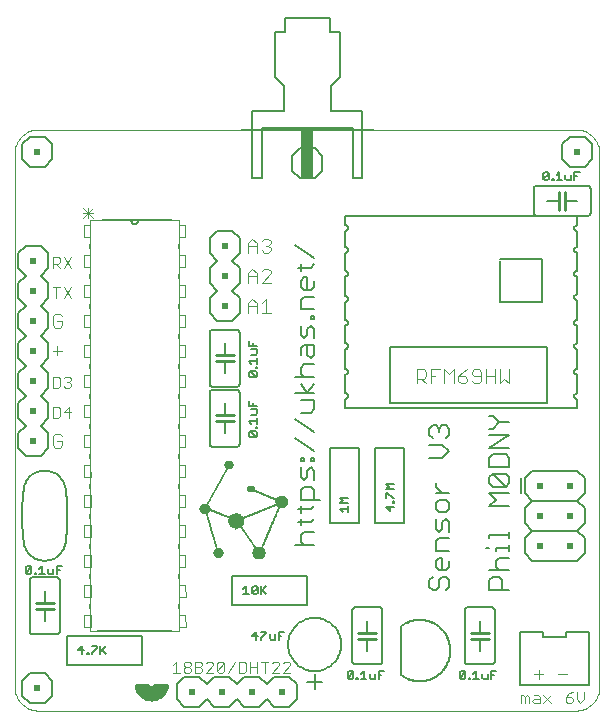
<source format=gto>
G75*
%MOIN*%
%OFA0B0*%
%FSLAX24Y24*%
%IPPOS*%
%LPD*%
%AMOC8*
5,1,8,0,0,1.08239X$1,22.5*
%
%ADD10C,0.0000*%
%ADD11C,0.0060*%
%ADD12C,0.0030*%
%ADD13C,0.0040*%
%ADD14R,0.0008X0.0080*%
%ADD15R,0.0008X0.0136*%
%ADD16R,0.0008X0.0176*%
%ADD17R,0.0008X0.0208*%
%ADD18R,0.0008X0.0224*%
%ADD19R,0.0008X0.0248*%
%ADD20R,0.0008X0.0272*%
%ADD21R,0.0008X0.0288*%
%ADD22R,0.0008X0.0304*%
%ADD23R,0.0008X0.0312*%
%ADD24R,0.0008X0.0320*%
%ADD25R,0.0008X0.0336*%
%ADD26R,0.0008X0.0344*%
%ADD27R,0.0008X0.0352*%
%ADD28R,0.0008X0.0368*%
%ADD29R,0.0008X0.0376*%
%ADD30R,0.0008X0.0384*%
%ADD31R,0.0008X0.0400*%
%ADD32R,0.0008X0.0384*%
%ADD33R,0.0008X0.0408*%
%ADD34R,0.0008X0.0416*%
%ADD35R,0.0008X0.0432*%
%ADD36R,0.0008X0.0104*%
%ADD37R,0.0008X0.0104*%
%ADD38R,0.0008X0.0096*%
%ADD39R,0.0008X0.0240*%
%ADD40R,0.0008X0.0192*%
%ADD41R,0.0008X0.0200*%
%ADD42R,0.0008X0.0168*%
%ADD43R,0.0008X0.0040*%
%ADD44R,0.0008X0.0048*%
%ADD45R,0.0008X0.0144*%
%ADD46R,0.0008X0.0256*%
%ADD47R,0.0008X0.0440*%
%ADD48R,0.0008X0.0432*%
%ADD49R,0.0008X0.0392*%
%ADD50R,0.0008X0.0064*%
%ADD51R,0.0008X0.0072*%
%ADD52R,0.0008X0.0072*%
%ADD53R,0.0008X0.0056*%
%ADD54R,0.0008X0.0128*%
%ADD55R,0.0008X0.0152*%
%ADD56R,0.0008X0.0184*%
%ADD57R,0.0008X0.0064*%
%ADD58R,0.0008X0.0216*%
%ADD59R,0.0008X0.0232*%
%ADD60R,0.0008X0.0192*%
%ADD61R,0.0008X0.0160*%
%ADD62R,0.0008X0.0352*%
%ADD63R,0.0008X0.0448*%
%ADD64R,0.0008X0.0464*%
%ADD65R,0.0008X0.0472*%
%ADD66R,0.0008X0.0480*%
%ADD67R,0.0008X0.0496*%
%ADD68R,0.0008X0.0504*%
%ADD69R,0.0008X0.0512*%
%ADD70R,0.0008X0.0504*%
%ADD71R,0.0008X0.0120*%
%ADD72R,0.0008X0.0184*%
%ADD73R,0.0008X0.0344*%
%ADD74R,0.0008X0.0264*%
%ADD75R,0.0008X0.0272*%
%ADD76R,0.0008X0.0280*%
%ADD77R,0.0008X0.0296*%
%ADD78R,0.0008X0.0088*%
%ADD79R,0.0008X0.0112*%
%ADD80R,0.0008X0.0224*%
%ADD81R,0.0008X0.0304*%
%ADD82R,0.0008X0.0312*%
%ADD83R,0.0008X0.0328*%
%ADD84R,0.0008X0.0144*%
%ADD85R,0.0008X0.0264*%
%ADD86R,0.0008X0.0360*%
%ADD87R,0.0008X0.0424*%
%ADD88C,0.0050*%
%ADD89C,0.0080*%
%ADD90R,0.0200X0.0200*%
%ADD91C,0.0100*%
%ADD92R,0.0394X0.1604*%
D10*
X001467Y001180D02*
X019385Y001180D01*
X019439Y001182D01*
X019492Y001187D01*
X019545Y001196D01*
X019597Y001209D01*
X019649Y001225D01*
X019699Y001245D01*
X019747Y001268D01*
X019794Y001295D01*
X019839Y001324D01*
X019882Y001357D01*
X019922Y001392D01*
X019960Y001430D01*
X019995Y001470D01*
X020028Y001513D01*
X020057Y001558D01*
X020084Y001605D01*
X020107Y001653D01*
X020127Y001703D01*
X020143Y001755D01*
X020156Y001807D01*
X020165Y001860D01*
X020170Y001913D01*
X020172Y001967D01*
X020172Y019763D01*
X020170Y019817D01*
X020165Y019870D01*
X020156Y019923D01*
X020143Y019975D01*
X020127Y020027D01*
X020107Y020077D01*
X020084Y020125D01*
X020057Y020172D01*
X020028Y020217D01*
X019995Y020260D01*
X019960Y020300D01*
X019922Y020338D01*
X019882Y020373D01*
X019839Y020406D01*
X019794Y020435D01*
X019747Y020462D01*
X019699Y020485D01*
X019649Y020505D01*
X019597Y020521D01*
X019545Y020534D01*
X019492Y020543D01*
X019439Y020548D01*
X019385Y020550D01*
X001467Y020550D01*
X001413Y020548D01*
X001360Y020543D01*
X001307Y020534D01*
X001255Y020521D01*
X001203Y020505D01*
X001153Y020485D01*
X001105Y020462D01*
X001058Y020435D01*
X001013Y020406D01*
X000970Y020373D01*
X000930Y020338D01*
X000892Y020300D01*
X000857Y020260D01*
X000824Y020217D01*
X000795Y020172D01*
X000768Y020125D01*
X000745Y020077D01*
X000725Y020027D01*
X000709Y019975D01*
X000696Y019923D01*
X000687Y019870D01*
X000682Y019817D01*
X000680Y019763D01*
X000680Y001967D01*
X000682Y001913D01*
X000687Y001860D01*
X000696Y001807D01*
X000709Y001755D01*
X000725Y001703D01*
X000745Y001653D01*
X000768Y001605D01*
X000795Y001558D01*
X000824Y001513D01*
X000857Y001470D01*
X000892Y001430D01*
X000930Y001392D01*
X000970Y001357D01*
X001013Y001324D01*
X001058Y001295D01*
X001105Y001268D01*
X001153Y001245D01*
X001203Y001225D01*
X001255Y001209D01*
X001307Y001196D01*
X001360Y001187D01*
X001413Y001182D01*
X001467Y001180D01*
X003200Y003830D02*
X003200Y017530D01*
X004560Y017530D01*
X004800Y017530D01*
X006160Y017530D01*
X006160Y003830D01*
X003200Y003830D01*
X003210Y003980D02*
X002990Y003980D01*
X002990Y004370D01*
X003210Y004380D01*
X003210Y003980D01*
X003210Y004980D02*
X002990Y004980D01*
X002990Y005380D01*
X003210Y005380D01*
X003210Y004980D01*
X003210Y005980D02*
X002990Y005980D01*
X002990Y006380D01*
X003210Y006380D01*
X003210Y005980D01*
X003210Y006980D02*
X002990Y006980D01*
X002990Y007380D01*
X003210Y007380D01*
X003210Y006980D01*
X003210Y007980D02*
X002990Y007980D01*
X002990Y008380D01*
X003210Y008380D01*
X003210Y007980D01*
X003210Y008980D02*
X002990Y008980D01*
X002980Y009380D01*
X003200Y009380D01*
X003210Y008980D01*
X003200Y009980D02*
X002980Y009980D01*
X002980Y010380D01*
X003200Y010380D01*
X003200Y009980D01*
X003200Y010980D02*
X002980Y010980D01*
X002980Y011380D01*
X003200Y011380D01*
X003200Y010980D01*
X003200Y011980D02*
X002980Y011980D01*
X002980Y012380D01*
X003200Y012380D01*
X003200Y011980D01*
X003200Y012980D02*
X002980Y012980D01*
X002980Y013380D01*
X003200Y013380D01*
X003200Y012980D01*
X003200Y013980D02*
X002980Y013980D01*
X002980Y014380D01*
X003200Y014380D01*
X003200Y013980D01*
X003200Y014980D02*
X002980Y014980D01*
X002980Y015380D01*
X003200Y015380D01*
X003200Y014980D01*
X003200Y015980D02*
X002980Y015980D01*
X002980Y016380D01*
X003200Y016380D01*
X003200Y015980D01*
X003200Y016980D02*
X002980Y016980D01*
X002980Y017380D01*
X003200Y017380D01*
X003200Y016980D01*
X004560Y017530D02*
X004562Y017509D01*
X004567Y017489D01*
X004576Y017470D01*
X004588Y017453D01*
X004603Y017438D01*
X004620Y017426D01*
X004639Y017417D01*
X004659Y017412D01*
X004680Y017410D01*
X004701Y017412D01*
X004721Y017417D01*
X004740Y017426D01*
X004757Y017438D01*
X004772Y017453D01*
X004784Y017470D01*
X004793Y017489D01*
X004798Y017509D01*
X004800Y017530D01*
X006150Y017380D02*
X006150Y016980D01*
X006370Y016980D01*
X006370Y017380D01*
X006150Y017380D01*
X006150Y016380D02*
X006370Y016380D01*
X006370Y015980D01*
X006150Y015980D01*
X006150Y016380D01*
X006150Y015380D02*
X006370Y015380D01*
X006370Y014980D01*
X006150Y014980D01*
X006150Y015380D01*
X006150Y014380D02*
X006370Y014380D01*
X006370Y013980D01*
X006150Y013980D01*
X006150Y014380D01*
X006150Y013380D02*
X006370Y013380D01*
X006370Y012980D01*
X006150Y012980D01*
X006150Y013380D01*
X006150Y012380D02*
X006370Y012380D01*
X006370Y011980D01*
X006150Y011980D01*
X006150Y012380D01*
X006150Y011380D02*
X006370Y011380D01*
X006370Y010980D01*
X006150Y010980D01*
X006150Y011380D01*
X006150Y010380D02*
X006370Y010380D01*
X006370Y009980D01*
X006150Y009980D01*
X006150Y010380D01*
X006150Y009380D02*
X006370Y009380D01*
X006370Y008980D01*
X006150Y008980D01*
X006150Y009380D01*
X006150Y008380D02*
X006370Y008380D01*
X006370Y007980D01*
X006150Y007980D01*
X006150Y008380D01*
X006150Y007380D02*
X006370Y007380D01*
X006370Y006980D01*
X006150Y006980D01*
X006150Y007380D01*
X006150Y006380D02*
X006370Y006380D01*
X006370Y005980D01*
X006150Y005980D01*
X006150Y006380D01*
X006150Y005380D02*
X006370Y005380D01*
X006380Y004980D01*
X006160Y004980D01*
X006150Y005380D01*
X006150Y004380D02*
X006370Y004380D01*
X006380Y003980D01*
X006160Y003980D01*
X006150Y004380D01*
X008230Y020555D02*
X012630Y020555D01*
D11*
X010010Y016698D02*
X010650Y016271D01*
X010650Y016055D02*
X010544Y015948D01*
X010117Y015948D01*
X010223Y015841D02*
X010223Y016055D01*
X010330Y015624D02*
X010437Y015624D01*
X010437Y015197D01*
X010544Y015197D02*
X010330Y015197D01*
X010223Y015303D01*
X010223Y015517D01*
X010330Y015624D01*
X010650Y015517D02*
X010650Y015303D01*
X010544Y015197D01*
X010650Y014979D02*
X010330Y014979D01*
X010223Y014872D01*
X010223Y014552D01*
X010650Y014552D01*
X010650Y014337D02*
X010650Y014230D01*
X010544Y014230D01*
X010544Y014337D01*
X010650Y014337D01*
X010544Y014012D02*
X010437Y013905D01*
X010437Y013692D01*
X010330Y013585D01*
X010223Y013692D01*
X010223Y014012D01*
X010544Y014012D02*
X010650Y013905D01*
X010650Y013585D01*
X010650Y013368D02*
X010330Y013368D01*
X010223Y013261D01*
X010223Y013047D01*
X010437Y013047D02*
X010437Y013368D01*
X010650Y013368D02*
X010650Y013047D01*
X010544Y012941D01*
X010437Y013047D01*
X010330Y012723D02*
X010650Y012723D01*
X010330Y012723D02*
X010223Y012616D01*
X010223Y012403D01*
X010330Y012296D01*
X010223Y012079D02*
X010437Y011759D01*
X010650Y012079D01*
X010650Y012296D02*
X010010Y012296D01*
X010010Y011759D02*
X010650Y011759D01*
X010650Y011541D02*
X010223Y011541D01*
X010223Y011114D02*
X010544Y011114D01*
X010650Y011221D01*
X010650Y011541D01*
X010010Y010897D02*
X010650Y010470D01*
X010650Y009825D02*
X010010Y010252D01*
X010223Y009610D02*
X010330Y009610D01*
X010330Y009503D01*
X010223Y009503D01*
X010223Y009610D01*
X010223Y009286D02*
X010223Y008965D01*
X010330Y008858D01*
X010437Y008965D01*
X010437Y009179D01*
X010544Y009286D01*
X010650Y009179D01*
X010650Y008858D01*
X010544Y008641D02*
X010330Y008641D01*
X010223Y008534D01*
X010223Y008214D01*
X010864Y008214D01*
X010650Y008214D02*
X010650Y008534D01*
X010544Y008641D01*
X010650Y007998D02*
X010544Y007891D01*
X010117Y007891D01*
X010223Y007784D02*
X010223Y007998D01*
X010223Y007568D02*
X010223Y007355D01*
X010117Y007461D02*
X010544Y007461D01*
X010650Y007568D01*
X010650Y007137D02*
X010330Y007137D01*
X010223Y007030D01*
X010223Y006817D01*
X010330Y006710D01*
X010010Y006710D02*
X010650Y006710D01*
X012030Y004630D02*
X012830Y004630D01*
X012847Y004628D01*
X012864Y004624D01*
X012880Y004617D01*
X012894Y004607D01*
X012907Y004594D01*
X012917Y004580D01*
X012924Y004564D01*
X012928Y004547D01*
X012930Y004530D01*
X012930Y002830D01*
X012928Y002813D01*
X012924Y002796D01*
X012917Y002780D01*
X012907Y002766D01*
X012894Y002753D01*
X012880Y002743D01*
X012864Y002736D01*
X012847Y002732D01*
X012830Y002730D01*
X012030Y002730D01*
X012013Y002732D01*
X011996Y002736D01*
X011980Y002743D01*
X011966Y002753D01*
X011953Y002766D01*
X011943Y002780D01*
X011936Y002796D01*
X011932Y002813D01*
X011930Y002830D01*
X011930Y004530D01*
X011932Y004547D01*
X011936Y004564D01*
X011943Y004580D01*
X011953Y004594D01*
X011966Y004607D01*
X011980Y004617D01*
X011996Y004624D01*
X012013Y004628D01*
X012030Y004630D01*
X012430Y004180D02*
X012430Y003830D01*
X012430Y003780D01*
X012430Y003580D02*
X012430Y003530D01*
X012430Y003180D01*
X013560Y003250D02*
X013560Y003090D01*
X013740Y004110D02*
X013798Y004136D01*
X013857Y004157D01*
X013918Y004175D01*
X013979Y004189D01*
X014042Y004199D01*
X014104Y004205D01*
X014168Y004208D01*
X014231Y004207D01*
X014294Y004201D01*
X014356Y004192D01*
X014418Y004179D01*
X014479Y004162D01*
X014539Y004142D01*
X014597Y004118D01*
X014654Y004090D01*
X014709Y004059D01*
X014761Y004024D01*
X014812Y003986D01*
X014860Y003946D01*
X014906Y003902D01*
X014949Y003856D01*
X014989Y003807D01*
X015026Y003755D01*
X015059Y003702D01*
X015090Y003647D01*
X015116Y003589D01*
X015140Y003531D01*
X015159Y003471D01*
X015175Y003409D01*
X015187Y003347D01*
X015195Y003285D01*
X015199Y003222D01*
X015200Y003159D01*
X015196Y003096D01*
X015189Y003033D01*
X015178Y002971D01*
X015162Y002909D01*
X015144Y002849D01*
X015121Y002790D01*
X015095Y002732D01*
X015065Y002677D01*
X015033Y002623D01*
X014996Y002571D01*
X014957Y002522D01*
X014915Y002475D01*
X014870Y002431D01*
X014822Y002389D01*
X014772Y002351D01*
X014719Y002316D01*
X014664Y002284D01*
X014608Y002256D01*
X014550Y002231D01*
X014491Y002210D01*
X014430Y002192D01*
X014368Y002178D01*
X014306Y002168D01*
X014243Y002162D01*
X014180Y002160D01*
X013560Y002370D02*
X013560Y003990D01*
X013730Y002260D02*
X013784Y002237D01*
X013838Y002217D01*
X013894Y002200D01*
X013950Y002185D01*
X014007Y002174D01*
X014065Y002166D01*
X014122Y002162D01*
X014180Y002160D01*
X013560Y002370D02*
X013612Y002333D01*
X013665Y002300D01*
X013720Y002269D01*
X013778Y002243D01*
X013836Y002219D01*
X013896Y002200D01*
X013957Y002184D01*
X014019Y002172D01*
X014082Y002164D01*
X014145Y002160D01*
X014208Y002159D01*
X014271Y002163D01*
X014334Y002170D01*
X014396Y002182D01*
X014457Y002197D01*
X014517Y002216D01*
X014576Y002238D01*
X014634Y002264D01*
X014689Y002294D01*
X014743Y002327D01*
X014795Y002363D01*
X014844Y002403D01*
X014891Y002445D01*
X014935Y002490D01*
X014976Y002538D01*
X015014Y002588D01*
X015049Y002641D01*
X015081Y002695D01*
X015109Y002752D01*
X015134Y002810D01*
X015155Y002869D01*
X015172Y002930D01*
X015185Y002992D01*
X015195Y003054D01*
X015201Y003117D01*
X015203Y003180D01*
X015201Y003243D01*
X015195Y003306D01*
X015185Y003368D01*
X015172Y003430D01*
X015155Y003491D01*
X015134Y003550D01*
X015109Y003608D01*
X015081Y003665D01*
X015049Y003719D01*
X015014Y003772D01*
X014976Y003822D01*
X014935Y003870D01*
X014891Y003915D01*
X014844Y003957D01*
X014795Y003997D01*
X014743Y004033D01*
X014689Y004066D01*
X014634Y004096D01*
X014576Y004122D01*
X014517Y004144D01*
X014457Y004163D01*
X014396Y004178D01*
X014334Y004190D01*
X014271Y004197D01*
X014208Y004201D01*
X014145Y004200D01*
X014082Y004196D01*
X014019Y004188D01*
X013957Y004176D01*
X013896Y004160D01*
X013836Y004141D01*
X013778Y004117D01*
X013720Y004091D01*
X013665Y004060D01*
X013612Y004027D01*
X013560Y003990D01*
X014616Y005210D02*
X014509Y005317D01*
X014509Y005530D01*
X014616Y005637D01*
X014830Y005530D02*
X014936Y005637D01*
X015043Y005637D01*
X015150Y005530D01*
X015150Y005317D01*
X015043Y005210D01*
X014830Y005317D02*
X014830Y005530D01*
X014830Y005317D02*
X014723Y005210D01*
X014616Y005210D01*
X014830Y005855D02*
X014723Y005961D01*
X014723Y006175D01*
X014830Y006282D01*
X014936Y006282D01*
X014936Y005855D01*
X014830Y005855D02*
X015043Y005855D01*
X015150Y005961D01*
X015150Y006175D01*
X015150Y006499D02*
X014723Y006499D01*
X014723Y006819D01*
X014830Y006926D01*
X015150Y006926D01*
X015150Y007144D02*
X015150Y007464D01*
X015043Y007571D01*
X014936Y007464D01*
X014936Y007250D01*
X014830Y007144D01*
X014723Y007250D01*
X014723Y007571D01*
X014830Y007788D02*
X014723Y007895D01*
X014723Y008108D01*
X014830Y008215D01*
X015043Y008215D01*
X015150Y008108D01*
X015150Y007895D01*
X015043Y007788D01*
X014830Y007788D01*
X014936Y008433D02*
X014723Y008646D01*
X014723Y008753D01*
X014723Y008433D02*
X015150Y008433D01*
X014936Y009614D02*
X014509Y009614D01*
X014509Y010041D02*
X014936Y010041D01*
X015150Y009828D01*
X014936Y009614D01*
X015043Y010259D02*
X015150Y010366D01*
X015150Y010579D01*
X015043Y010686D01*
X014936Y010686D01*
X014830Y010579D01*
X014830Y010472D01*
X014830Y010579D02*
X014723Y010686D01*
X014616Y010686D01*
X014509Y010579D01*
X014509Y010366D01*
X014616Y010259D01*
X016509Y010364D02*
X017150Y010364D01*
X016509Y009937D01*
X017150Y009937D01*
X017043Y009719D02*
X016616Y009719D01*
X016509Y009612D01*
X016509Y009292D01*
X017150Y009292D01*
X017150Y009612D01*
X017043Y009719D01*
X017043Y009075D02*
X016616Y009075D01*
X017043Y008648D01*
X017150Y008754D01*
X017150Y008968D01*
X017043Y009075D01*
X016616Y009075D02*
X016509Y008968D01*
X016509Y008754D01*
X016616Y008648D01*
X017043Y008648D01*
X017150Y008430D02*
X016509Y008430D01*
X016723Y008217D01*
X016509Y008003D01*
X017150Y008003D01*
X017150Y007142D02*
X017150Y006929D01*
X017150Y007036D02*
X016509Y007036D01*
X016509Y006929D01*
X016509Y006606D02*
X016403Y006606D01*
X016723Y006606D02*
X016723Y006499D01*
X016723Y006606D02*
X017150Y006606D01*
X017150Y006499D02*
X017150Y006713D01*
X017150Y006282D02*
X016830Y006282D01*
X016723Y006175D01*
X016723Y005961D01*
X016830Y005855D01*
X016830Y005637D02*
X016936Y005530D01*
X016936Y005210D01*
X017150Y005210D02*
X016509Y005210D01*
X016509Y005530D01*
X016616Y005637D01*
X016830Y005637D01*
X017150Y005855D02*
X016509Y005855D01*
X016580Y004630D02*
X015780Y004630D01*
X015763Y004628D01*
X015746Y004624D01*
X015730Y004617D01*
X015716Y004607D01*
X015703Y004594D01*
X015693Y004580D01*
X015686Y004564D01*
X015682Y004547D01*
X015680Y004530D01*
X015680Y002830D01*
X015682Y002813D01*
X015686Y002796D01*
X015693Y002780D01*
X015703Y002766D01*
X015716Y002753D01*
X015730Y002743D01*
X015746Y002736D01*
X015763Y002732D01*
X015780Y002730D01*
X016580Y002730D01*
X016597Y002732D01*
X016614Y002736D01*
X016630Y002743D01*
X016644Y002753D01*
X016657Y002766D01*
X016667Y002780D01*
X016674Y002796D01*
X016678Y002813D01*
X016680Y002830D01*
X016680Y004530D01*
X016678Y004547D01*
X016674Y004564D01*
X016667Y004580D01*
X016657Y004594D01*
X016644Y004607D01*
X016630Y004617D01*
X016614Y004624D01*
X016597Y004628D01*
X016580Y004630D01*
X016180Y004180D02*
X016180Y003830D01*
X016180Y003780D01*
X016180Y003580D02*
X016180Y003530D01*
X016180Y003180D01*
X010930Y002150D02*
X010430Y002150D01*
X010930Y002150D01*
X010680Y001900D02*
X010680Y002400D01*
X010680Y001900D01*
X010680Y002500D02*
X010622Y002502D01*
X010564Y002508D01*
X010507Y002517D01*
X010451Y002530D01*
X010396Y002547D01*
X010341Y002567D01*
X010289Y002591D01*
X010237Y002619D01*
X010188Y002649D01*
X010141Y002683D01*
X010096Y002720D01*
X010054Y002759D01*
X010015Y002801D01*
X009978Y002846D01*
X009944Y002893D01*
X009914Y002943D01*
X009886Y002994D01*
X009862Y003046D01*
X009842Y003101D01*
X009825Y003156D01*
X009812Y003212D01*
X009803Y003269D01*
X009797Y003327D01*
X009795Y003385D01*
X009797Y003443D01*
X009803Y003501D01*
X009812Y003558D01*
X009825Y003614D01*
X009842Y003669D01*
X009862Y003724D01*
X009886Y003776D01*
X009914Y003828D01*
X009944Y003877D01*
X009978Y003924D01*
X010015Y003969D01*
X010054Y004011D01*
X010096Y004050D01*
X010141Y004087D01*
X010188Y004121D01*
X010238Y004151D01*
X010289Y004179D01*
X010341Y004203D01*
X010396Y004223D01*
X010451Y004240D01*
X010507Y004253D01*
X010564Y004262D01*
X010622Y004268D01*
X010680Y004270D01*
X010738Y004268D01*
X010796Y004262D01*
X010853Y004253D01*
X010909Y004240D01*
X010964Y004223D01*
X011019Y004203D01*
X011071Y004179D01*
X011122Y004151D01*
X011172Y004121D01*
X011219Y004087D01*
X011264Y004050D01*
X011306Y004011D01*
X011345Y003969D01*
X011382Y003924D01*
X011416Y003877D01*
X011446Y003828D01*
X011474Y003776D01*
X011498Y003724D01*
X011518Y003669D01*
X011535Y003614D01*
X011548Y003558D01*
X011557Y003501D01*
X011563Y003443D01*
X011565Y003385D01*
X011563Y003327D01*
X011557Y003269D01*
X011548Y003212D01*
X011535Y003156D01*
X011518Y003101D01*
X011498Y003046D01*
X011474Y002994D01*
X011446Y002943D01*
X011416Y002893D01*
X011382Y002846D01*
X011345Y002801D01*
X011306Y002759D01*
X011264Y002720D01*
X011219Y002683D01*
X011172Y002649D01*
X011123Y002619D01*
X011071Y002591D01*
X011019Y002567D01*
X010964Y002547D01*
X010909Y002530D01*
X010853Y002517D01*
X010796Y002508D01*
X010738Y002502D01*
X010680Y002500D01*
X010622Y002502D01*
X010564Y002508D01*
X010507Y002517D01*
X010451Y002530D01*
X010396Y002547D01*
X010341Y002567D01*
X010289Y002591D01*
X010237Y002619D01*
X010188Y002649D01*
X010141Y002683D01*
X010096Y002720D01*
X010054Y002759D01*
X010015Y002801D01*
X009978Y002846D01*
X009944Y002893D01*
X009914Y002943D01*
X009886Y002994D01*
X009862Y003046D01*
X009842Y003101D01*
X009825Y003156D01*
X009812Y003212D01*
X009803Y003269D01*
X009797Y003327D01*
X009795Y003385D01*
X009797Y003443D01*
X009803Y003501D01*
X009812Y003558D01*
X009825Y003614D01*
X009842Y003669D01*
X009862Y003724D01*
X009886Y003776D01*
X009914Y003828D01*
X009944Y003877D01*
X009978Y003924D01*
X010015Y003969D01*
X010054Y004011D01*
X010096Y004050D01*
X010141Y004087D01*
X010188Y004121D01*
X010238Y004151D01*
X010289Y004179D01*
X010341Y004203D01*
X010396Y004223D01*
X010451Y004240D01*
X010507Y004253D01*
X010564Y004262D01*
X010622Y004268D01*
X010680Y004270D01*
X010738Y004268D01*
X010796Y004262D01*
X010853Y004253D01*
X010909Y004240D01*
X010964Y004223D01*
X011019Y004203D01*
X011071Y004179D01*
X011122Y004151D01*
X011172Y004121D01*
X011219Y004087D01*
X011264Y004050D01*
X011306Y004011D01*
X011345Y003969D01*
X011382Y003924D01*
X011416Y003877D01*
X011446Y003828D01*
X011474Y003776D01*
X011498Y003724D01*
X011518Y003669D01*
X011535Y003614D01*
X011548Y003558D01*
X011557Y003501D01*
X011563Y003443D01*
X011565Y003385D01*
X011563Y003327D01*
X011557Y003269D01*
X011548Y003212D01*
X011535Y003156D01*
X011518Y003101D01*
X011498Y003046D01*
X011474Y002994D01*
X011446Y002943D01*
X011416Y002893D01*
X011382Y002846D01*
X011345Y002801D01*
X011306Y002759D01*
X011264Y002720D01*
X011219Y002683D01*
X011172Y002649D01*
X011123Y002619D01*
X011071Y002591D01*
X011019Y002567D01*
X010964Y002547D01*
X010909Y002530D01*
X010853Y002517D01*
X010796Y002508D01*
X010738Y002502D01*
X010680Y002500D01*
X006160Y004610D02*
X006160Y004750D01*
X006160Y005610D02*
X006160Y005750D01*
X006160Y006610D02*
X006160Y006750D01*
X006160Y007610D02*
X006160Y007750D01*
X006160Y008610D02*
X006160Y008750D01*
X006160Y009610D02*
X006160Y009750D01*
X006160Y010610D02*
X006160Y010750D01*
X006160Y011610D02*
X006160Y011750D01*
X006160Y012610D02*
X006160Y012750D01*
X006160Y013610D02*
X006160Y013750D01*
X006160Y014610D02*
X006160Y014750D01*
X006160Y015610D02*
X006160Y015750D01*
X006160Y016610D02*
X006160Y016750D01*
X005940Y017530D02*
X004800Y017530D01*
X004560Y017530D01*
X003590Y017530D01*
X003200Y016750D02*
X003200Y016610D01*
X003200Y015750D02*
X003200Y015610D01*
X003200Y014750D02*
X003200Y014610D01*
X003200Y013750D02*
X003200Y013610D01*
X003200Y012750D02*
X003200Y012610D01*
X003200Y011750D02*
X003200Y011610D01*
X003200Y010750D02*
X003200Y010610D01*
X003200Y009750D02*
X003200Y009610D01*
X003200Y008750D02*
X003200Y008610D01*
X003200Y007750D02*
X003200Y007610D01*
X003200Y006750D02*
X003200Y006610D01*
X003200Y005750D02*
X003200Y005610D01*
X003200Y004750D02*
X003200Y004610D01*
X003420Y003830D02*
X005940Y003830D01*
X002180Y003830D02*
X002180Y005530D01*
X002178Y005547D01*
X002174Y005564D01*
X002167Y005580D01*
X002157Y005594D01*
X002144Y005607D01*
X002130Y005617D01*
X002114Y005624D01*
X002097Y005628D01*
X002080Y005630D01*
X001280Y005630D01*
X001263Y005628D01*
X001246Y005624D01*
X001230Y005617D01*
X001216Y005607D01*
X001203Y005594D01*
X001193Y005580D01*
X001186Y005564D01*
X001182Y005547D01*
X001180Y005530D01*
X001180Y003830D01*
X001182Y003813D01*
X001186Y003796D01*
X001193Y003780D01*
X001203Y003766D01*
X001216Y003753D01*
X001230Y003743D01*
X001246Y003736D01*
X001263Y003732D01*
X001280Y003730D01*
X002080Y003730D01*
X002097Y003732D01*
X002114Y003736D01*
X002130Y003743D01*
X002144Y003753D01*
X002157Y003766D01*
X002167Y003780D01*
X002174Y003796D01*
X002178Y003813D01*
X002180Y003830D01*
X001680Y004180D02*
X001680Y004530D01*
X001680Y004580D01*
X001680Y004780D02*
X001680Y004830D01*
X001680Y005180D01*
X007180Y010080D02*
X007180Y011780D01*
X007182Y011797D01*
X007186Y011814D01*
X007193Y011830D01*
X007203Y011844D01*
X007216Y011857D01*
X007230Y011867D01*
X007246Y011874D01*
X007263Y011878D01*
X007280Y011880D01*
X008080Y011880D01*
X008097Y011878D01*
X008114Y011874D01*
X008130Y011867D01*
X008144Y011857D01*
X008157Y011844D01*
X008167Y011830D01*
X008174Y011814D01*
X008178Y011797D01*
X008180Y011780D01*
X008180Y010080D01*
X008178Y010063D01*
X008174Y010046D01*
X008167Y010030D01*
X008157Y010016D01*
X008144Y010003D01*
X008130Y009993D01*
X008114Y009986D01*
X008097Y009982D01*
X008080Y009980D01*
X007280Y009980D01*
X007263Y009982D01*
X007246Y009986D01*
X007230Y009993D01*
X007216Y010003D01*
X007203Y010016D01*
X007193Y010030D01*
X007186Y010046D01*
X007182Y010063D01*
X007180Y010080D01*
X007680Y010430D02*
X007680Y010780D01*
X007680Y010830D01*
X007680Y011030D02*
X007680Y011080D01*
X007680Y011430D01*
X007280Y011980D02*
X008080Y011980D01*
X008097Y011982D01*
X008114Y011986D01*
X008130Y011993D01*
X008144Y012003D01*
X008157Y012016D01*
X008167Y012030D01*
X008174Y012046D01*
X008178Y012063D01*
X008180Y012080D01*
X008180Y013780D01*
X008178Y013797D01*
X008174Y013814D01*
X008167Y013830D01*
X008157Y013844D01*
X008144Y013857D01*
X008130Y013867D01*
X008114Y013874D01*
X008097Y013878D01*
X008080Y013880D01*
X007280Y013880D01*
X007263Y013878D01*
X007246Y013874D01*
X007230Y013867D01*
X007216Y013857D01*
X007203Y013844D01*
X007193Y013830D01*
X007186Y013814D01*
X007182Y013797D01*
X007180Y013780D01*
X007180Y012080D01*
X007182Y012063D01*
X007186Y012046D01*
X007193Y012030D01*
X007203Y012016D01*
X007216Y012003D01*
X007230Y011993D01*
X007246Y011986D01*
X007263Y011982D01*
X007280Y011980D01*
X007680Y012430D02*
X007680Y012780D01*
X007680Y012830D01*
X007680Y013030D02*
X007680Y013080D01*
X007680Y013430D01*
X010544Y009610D02*
X010650Y009610D01*
X010650Y009503D01*
X010544Y009503D01*
X010544Y009610D01*
X016509Y010581D02*
X016616Y010581D01*
X016830Y010795D01*
X017150Y010795D01*
X016830Y010795D02*
X016616Y011008D01*
X016509Y011008D01*
X018080Y017680D02*
X019780Y017680D01*
X019797Y017682D01*
X019814Y017686D01*
X019830Y017693D01*
X019844Y017703D01*
X019857Y017716D01*
X019867Y017730D01*
X019874Y017746D01*
X019878Y017763D01*
X019880Y017780D01*
X019880Y018580D01*
X019878Y018597D01*
X019874Y018614D01*
X019867Y018630D01*
X019857Y018644D01*
X019844Y018657D01*
X019830Y018667D01*
X019814Y018674D01*
X019797Y018678D01*
X019780Y018680D01*
X018080Y018680D01*
X018063Y018678D01*
X018046Y018674D01*
X018030Y018667D01*
X018016Y018657D01*
X018003Y018644D01*
X017993Y018630D01*
X017986Y018614D01*
X017982Y018597D01*
X017980Y018580D01*
X017980Y017780D01*
X017982Y017763D01*
X017986Y017746D01*
X017993Y017730D01*
X018003Y017716D01*
X018016Y017703D01*
X018030Y017693D01*
X018046Y017686D01*
X018063Y017682D01*
X018080Y017680D01*
X018430Y018180D02*
X018780Y018180D01*
X018830Y018180D01*
X019030Y018180D02*
X019080Y018180D01*
X019430Y018180D01*
X004800Y017530D02*
X004798Y017509D01*
X004793Y017489D01*
X004784Y017470D01*
X004772Y017453D01*
X004757Y017438D01*
X004740Y017426D01*
X004721Y017417D01*
X004701Y017412D01*
X004680Y017410D01*
X004659Y017412D01*
X004639Y017417D01*
X004620Y017426D01*
X004603Y017438D01*
X004588Y017453D01*
X004576Y017470D01*
X004567Y017489D01*
X004562Y017509D01*
X004560Y017530D01*
D12*
X003279Y017613D02*
X002965Y017927D01*
X003279Y017613D01*
X003122Y017613D02*
X003122Y017927D01*
X003122Y017613D01*
X002965Y017613D02*
X003279Y017927D01*
X002965Y017613D01*
X002965Y017770D02*
X003279Y017770D01*
X002965Y017770D01*
X002560Y016315D02*
X002313Y015945D01*
X002192Y015945D02*
X002068Y016068D01*
X002130Y016068D02*
X001945Y016068D01*
X001945Y015945D02*
X001945Y016315D01*
X002130Y016315D01*
X002192Y016254D01*
X002192Y016130D01*
X002130Y016068D01*
X002313Y016315D02*
X002560Y015945D01*
X002560Y015315D02*
X002313Y014945D01*
X002068Y014945D02*
X002068Y015315D01*
X001945Y015315D02*
X002192Y015315D01*
X002313Y015315D02*
X002560Y014945D01*
X002498Y012315D02*
X002560Y012254D01*
X002560Y012192D01*
X002498Y012130D01*
X002560Y012068D01*
X002560Y012007D01*
X002498Y011945D01*
X002375Y011945D01*
X002313Y012007D01*
X002192Y012007D02*
X002192Y012254D01*
X002130Y012315D01*
X001945Y012315D01*
X001945Y011945D01*
X002130Y011945D01*
X002192Y012007D01*
X002437Y012130D02*
X002498Y012130D01*
X002498Y012315D02*
X002375Y012315D01*
X002313Y012254D01*
X002130Y011315D02*
X001945Y011315D01*
X001945Y010945D01*
X002130Y010945D01*
X002192Y011007D01*
X002192Y011254D01*
X002130Y011315D01*
X002313Y011130D02*
X002560Y011130D01*
X002498Y010945D02*
X002498Y011315D01*
X002313Y011130D01*
X006068Y002815D02*
X005945Y002692D01*
X006068Y002815D02*
X006068Y002445D01*
X005945Y002445D02*
X006192Y002445D01*
X006313Y002507D02*
X006313Y002568D01*
X006375Y002630D01*
X006498Y002630D01*
X006560Y002568D01*
X006560Y002507D01*
X006498Y002445D01*
X006375Y002445D01*
X006313Y002507D01*
X006375Y002630D02*
X006313Y002692D01*
X006313Y002754D01*
X006375Y002815D01*
X006498Y002815D01*
X006560Y002754D01*
X006560Y002692D01*
X006498Y002630D01*
X006682Y002630D02*
X006867Y002630D01*
X006929Y002568D01*
X006929Y002507D01*
X006867Y002445D01*
X006682Y002445D01*
X006682Y002815D01*
X006867Y002815D01*
X006929Y002754D01*
X006929Y002692D01*
X006867Y002630D01*
X007050Y002754D02*
X007112Y002815D01*
X007235Y002815D01*
X007297Y002754D01*
X007297Y002692D01*
X007050Y002445D01*
X007297Y002445D01*
X007418Y002507D02*
X007665Y002754D01*
X007665Y002507D01*
X007603Y002445D01*
X007480Y002445D01*
X007418Y002507D01*
X007418Y002754D01*
X007480Y002815D01*
X007603Y002815D01*
X007665Y002754D01*
X007787Y002445D02*
X008033Y002815D01*
X008155Y002815D02*
X008155Y002445D01*
X008340Y002445D01*
X008402Y002507D01*
X008402Y002754D01*
X008340Y002815D01*
X008155Y002815D01*
X008523Y002815D02*
X008523Y002445D01*
X008523Y002630D02*
X008770Y002630D01*
X008770Y002815D02*
X008770Y002445D01*
X009015Y002445D02*
X009015Y002815D01*
X008892Y002815D02*
X009138Y002815D01*
X009260Y002754D02*
X009322Y002815D01*
X009445Y002815D01*
X009507Y002754D01*
X009507Y002692D01*
X009260Y002445D01*
X009507Y002445D01*
X009628Y002445D02*
X009875Y002692D01*
X009875Y002754D01*
X009813Y002815D01*
X009690Y002815D01*
X009628Y002754D01*
X009628Y002445D02*
X009875Y002445D01*
X017570Y001692D02*
X017570Y001445D01*
X017693Y001445D02*
X017693Y001630D01*
X017755Y001692D01*
X017817Y001630D01*
X017817Y001445D01*
X017938Y001507D02*
X018000Y001568D01*
X018185Y001568D01*
X018185Y001630D02*
X018185Y001445D01*
X018000Y001445D01*
X017938Y001507D01*
X018000Y001692D02*
X018123Y001692D01*
X018185Y001630D01*
X018307Y001692D02*
X018554Y001445D01*
X018307Y001445D02*
X018554Y001692D01*
X019043Y001630D02*
X019228Y001630D01*
X019290Y001568D01*
X019290Y001507D01*
X019228Y001445D01*
X019105Y001445D01*
X019043Y001507D01*
X019043Y001630D01*
X019167Y001754D01*
X019290Y001815D01*
X019412Y001815D02*
X019412Y001568D01*
X019535Y001445D01*
X019658Y001568D01*
X019658Y001815D01*
X017693Y001630D02*
X017632Y001692D01*
X017570Y001692D01*
D13*
X018151Y002231D02*
X018151Y002538D01*
X018304Y002385D02*
X017997Y002385D01*
X018784Y002385D02*
X019091Y002385D01*
X017155Y012094D02*
X017155Y012555D01*
X017001Y012248D02*
X017155Y012094D01*
X017001Y012248D02*
X016848Y012094D01*
X016848Y012555D01*
X016694Y012555D02*
X016694Y012094D01*
X016694Y012324D02*
X016387Y012324D01*
X016234Y012324D02*
X016004Y012324D01*
X015927Y012401D01*
X015927Y012478D01*
X016004Y012555D01*
X016157Y012555D01*
X016234Y012478D01*
X016234Y012171D01*
X016157Y012094D01*
X016004Y012094D01*
X015927Y012171D01*
X015774Y012171D02*
X015774Y012248D01*
X015697Y012324D01*
X015467Y012324D01*
X015467Y012171D01*
X015543Y012094D01*
X015697Y012094D01*
X015774Y012171D01*
X015620Y012478D02*
X015467Y012324D01*
X015620Y012478D02*
X015774Y012555D01*
X015313Y012555D02*
X015313Y012094D01*
X015006Y012094D02*
X015006Y012555D01*
X015160Y012401D01*
X015313Y012555D01*
X014853Y012555D02*
X014546Y012555D01*
X014546Y012094D01*
X014392Y012094D02*
X014239Y012248D01*
X014316Y012248D02*
X014086Y012248D01*
X014086Y012094D02*
X014086Y012555D01*
X014316Y012555D01*
X014392Y012478D01*
X014392Y012324D01*
X014316Y012248D01*
X014546Y012324D02*
X014699Y012324D01*
X016387Y012094D02*
X016387Y012555D01*
X009217Y014450D02*
X008910Y014450D01*
X008757Y014450D02*
X008757Y014757D01*
X008603Y014910D01*
X008450Y014757D01*
X008450Y014450D01*
X008450Y014680D02*
X008757Y014680D01*
X008910Y014757D02*
X009064Y014910D01*
X009064Y014450D01*
X009217Y015450D02*
X008910Y015450D01*
X009217Y015757D01*
X009217Y015834D01*
X009141Y015910D01*
X008987Y015910D01*
X008910Y015834D01*
X008757Y015757D02*
X008757Y015450D01*
X008757Y015680D02*
X008450Y015680D01*
X008450Y015757D02*
X008603Y015910D01*
X008757Y015757D01*
X008450Y015757D02*
X008450Y015450D01*
X008450Y016450D02*
X008450Y016757D01*
X008603Y016910D01*
X008757Y016757D01*
X008757Y016450D01*
X008910Y016527D02*
X008987Y016450D01*
X009141Y016450D01*
X009217Y016527D01*
X009217Y016603D01*
X009141Y016680D01*
X009064Y016680D01*
X009141Y016680D02*
X009217Y016757D01*
X009217Y016834D01*
X009141Y016910D01*
X008987Y016910D01*
X008910Y016834D01*
X008757Y016680D02*
X008450Y016680D01*
X002257Y014334D02*
X002180Y014410D01*
X002027Y014410D01*
X001950Y014334D01*
X001950Y014027D01*
X002027Y013950D01*
X002180Y013950D01*
X002257Y014027D01*
X002257Y014180D01*
X002103Y014180D01*
X002103Y013334D02*
X002103Y013027D01*
X001950Y013180D02*
X002257Y013180D01*
X002180Y010410D02*
X002027Y010410D01*
X001950Y010334D01*
X001950Y010027D01*
X002027Y009950D01*
X002180Y009950D01*
X002257Y010027D01*
X002257Y010180D01*
X002103Y010180D01*
X002257Y010334D02*
X002180Y010410D01*
D14*
X007138Y008088D03*
X007146Y008104D03*
X007154Y008120D03*
X007170Y008144D03*
X007178Y008160D03*
X007186Y008176D03*
X007194Y008192D03*
X007202Y008200D03*
X007210Y008216D03*
X007218Y008232D03*
X007226Y008248D03*
X007242Y008272D03*
X007250Y008288D03*
X007258Y008304D03*
X007266Y008320D03*
X007282Y008344D03*
X007290Y008360D03*
X007298Y008376D03*
X007306Y008392D03*
X007322Y008416D03*
X007330Y008432D03*
X007338Y008448D03*
X007346Y008464D03*
X007354Y008472D03*
X007362Y008488D03*
X007370Y008504D03*
X007378Y008520D03*
X007394Y008544D03*
X007402Y008560D03*
X007410Y008576D03*
X007418Y008592D03*
X007434Y008616D03*
X007442Y008632D03*
X007450Y008648D03*
X007458Y008664D03*
X007474Y008688D03*
X007482Y008704D03*
X007490Y008720D03*
X007498Y008736D03*
X007506Y008744D03*
X007514Y008760D03*
X007522Y008776D03*
X007530Y008792D03*
X007546Y008816D03*
X007554Y008832D03*
X007562Y008848D03*
X007570Y008864D03*
X007586Y008888D03*
X007594Y008904D03*
X007602Y008920D03*
X007610Y008936D03*
X007626Y008960D03*
X007634Y008976D03*
X007642Y008992D03*
X007650Y009008D03*
X007658Y009016D03*
X007666Y009032D03*
X007674Y009048D03*
X007682Y009064D03*
X007698Y009088D03*
X007706Y009104D03*
X007714Y009120D03*
X007722Y009136D03*
X007738Y009160D03*
X007746Y009176D03*
X007754Y009192D03*
X007210Y007888D03*
X008338Y007488D03*
X009050Y006424D03*
X009402Y008120D03*
X009794Y008120D03*
D15*
X009786Y008124D03*
X008674Y008572D03*
X007722Y009356D03*
X007122Y007660D03*
D16*
X007362Y006432D03*
X007626Y006432D03*
X008658Y006424D03*
X009034Y006424D03*
X009778Y008120D03*
X008506Y008568D03*
D17*
X009770Y008120D03*
X009026Y006424D03*
X008666Y006424D03*
X007618Y006432D03*
X006906Y007896D03*
D18*
X009434Y008120D03*
X009762Y008120D03*
D19*
X009754Y008124D03*
X007906Y009356D03*
X007162Y007892D03*
X006922Y007892D03*
X007394Y006436D03*
X007594Y006436D03*
D20*
X008690Y006424D03*
X009002Y006424D03*
X009450Y008120D03*
X009746Y008120D03*
X007874Y009360D03*
X007866Y009360D03*
X007858Y009360D03*
X007810Y009360D03*
D21*
X007778Y009336D03*
X007874Y007488D03*
X008298Y007488D03*
X008698Y006424D03*
X008994Y006424D03*
X007570Y006432D03*
X007562Y006432D03*
X009458Y008120D03*
X009738Y008120D03*
D22*
X009730Y008120D03*
X009474Y008120D03*
X009466Y008120D03*
X008290Y007488D03*
X007882Y007488D03*
X008706Y006424D03*
X008986Y006424D03*
X007762Y009320D03*
D23*
X009722Y008124D03*
D24*
X009714Y008120D03*
X009482Y008120D03*
X008282Y007488D03*
X007890Y007488D03*
X007522Y006432D03*
X007514Y006432D03*
X007506Y006432D03*
X007498Y006432D03*
X007490Y006432D03*
X007482Y006432D03*
X007474Y006432D03*
X007466Y006432D03*
X008714Y006424D03*
X008978Y006424D03*
D25*
X008970Y006424D03*
X009490Y008120D03*
X009706Y008120D03*
D26*
X009698Y008124D03*
D27*
X009690Y008120D03*
X008962Y006424D03*
X007090Y007880D03*
D28*
X007130Y007928D03*
X007906Y007488D03*
X008746Y006424D03*
X008754Y006424D03*
X009530Y008120D03*
X009674Y008120D03*
X009682Y008120D03*
D29*
X009666Y008124D03*
X008738Y006436D03*
X007914Y007492D03*
D30*
X007922Y007488D03*
X007098Y007864D03*
X008730Y006440D03*
X008762Y006424D03*
X008770Y006424D03*
X008922Y006424D03*
X009538Y008120D03*
X009546Y008120D03*
X009554Y008120D03*
X009642Y008120D03*
X009650Y008120D03*
X009658Y008120D03*
D31*
X009634Y008120D03*
X009626Y008120D03*
X009618Y008120D03*
X009610Y008120D03*
X009602Y008120D03*
X009594Y008120D03*
X009586Y008120D03*
X009578Y008120D03*
X009570Y008120D03*
X009562Y008120D03*
X007930Y007488D03*
X007426Y006488D03*
X008786Y006424D03*
X008794Y006424D03*
X008802Y006424D03*
X008890Y006424D03*
X008898Y006424D03*
X008906Y006424D03*
X008930Y006432D03*
D32*
X007434Y006472D03*
X009522Y008112D03*
D33*
X009514Y008100D03*
X008938Y006444D03*
X008882Y006428D03*
X008810Y006428D03*
D34*
X008818Y006424D03*
X008826Y006424D03*
X008834Y006424D03*
X008842Y006424D03*
X008850Y006424D03*
X008858Y006424D03*
X008866Y006424D03*
X008874Y006424D03*
X008250Y007472D03*
X008242Y007480D03*
X008234Y007488D03*
X007938Y007488D03*
X009506Y008088D03*
D35*
X009498Y008080D03*
X008258Y007464D03*
D36*
X009130Y007052D03*
X009114Y007012D03*
X009010Y006772D03*
X008994Y006732D03*
X009234Y007292D03*
X009250Y007332D03*
X009370Y007612D03*
X009386Y007652D03*
X009490Y007892D03*
X008474Y008572D03*
D37*
X009394Y007668D03*
X009410Y007708D03*
X009418Y007724D03*
X009434Y007764D03*
X009442Y007780D03*
X009458Y007820D03*
X009466Y007836D03*
X009482Y007876D03*
X009362Y007596D03*
X009346Y007556D03*
X009338Y007540D03*
X009322Y007500D03*
X009314Y007484D03*
X009298Y007444D03*
X009290Y007428D03*
X009274Y007388D03*
X009226Y007276D03*
X009210Y007236D03*
X009202Y007220D03*
X009186Y007180D03*
X009178Y007164D03*
X009162Y007124D03*
X009154Y007108D03*
X009138Y007068D03*
X009106Y006996D03*
X009090Y006956D03*
X009082Y006940D03*
X009066Y006900D03*
X009058Y006884D03*
X009042Y006844D03*
X009034Y006828D03*
X009018Y006788D03*
X008970Y006676D03*
D38*
X008962Y006656D03*
X008978Y006696D03*
X008986Y006712D03*
X009002Y006752D03*
X009026Y006808D03*
X009050Y006864D03*
X009074Y006920D03*
X009098Y006976D03*
X009122Y007032D03*
X009146Y007088D03*
X009170Y007144D03*
X009194Y007200D03*
X009218Y007256D03*
X009242Y007312D03*
X009258Y007352D03*
X009266Y007368D03*
X009282Y007408D03*
X009306Y007464D03*
X009330Y007520D03*
X009354Y007576D03*
X009378Y007632D03*
X009402Y007688D03*
X009426Y007744D03*
X009450Y007800D03*
X009474Y007856D03*
D39*
X009442Y008120D03*
X008314Y007496D03*
X008674Y006424D03*
X009018Y006424D03*
X007602Y006432D03*
X007386Y006432D03*
X007914Y009360D03*
D40*
X009426Y008120D03*
D41*
X009418Y008124D03*
X008642Y008572D03*
X008634Y008572D03*
X008522Y008572D03*
X007938Y009356D03*
X007746Y009356D03*
D42*
X007730Y009356D03*
X007954Y009356D03*
X008658Y008572D03*
X009410Y008100D03*
D43*
X009402Y008036D03*
X009386Y008028D03*
X009378Y008028D03*
X009362Y008020D03*
X009346Y008012D03*
X009338Y008012D03*
X009322Y008004D03*
X009306Y007996D03*
X009298Y007996D03*
X009282Y007988D03*
X009266Y007980D03*
X009258Y007980D03*
X009242Y007972D03*
X009226Y007964D03*
X009218Y007964D03*
X009202Y007956D03*
X009186Y007948D03*
X009178Y007948D03*
X009162Y007940D03*
X009146Y007932D03*
X009138Y007932D03*
X009122Y007924D03*
X009106Y007916D03*
X009082Y007908D03*
X009066Y007900D03*
X009050Y007892D03*
X009042Y007892D03*
X009026Y007884D03*
X009010Y007876D03*
X009002Y007876D03*
X008986Y007868D03*
X008970Y007860D03*
X008962Y007860D03*
X008946Y007852D03*
X008930Y007844D03*
X008922Y007844D03*
X008906Y007836D03*
X008890Y007828D03*
X008882Y007828D03*
X008866Y007820D03*
X008850Y007812D03*
X008842Y007812D03*
X008826Y007804D03*
X008810Y007796D03*
X008802Y007796D03*
X008786Y007788D03*
X008770Y007780D03*
X008762Y007780D03*
X008746Y007772D03*
X008730Y007764D03*
X008722Y007764D03*
X008706Y007756D03*
X008690Y007748D03*
X008682Y007748D03*
X008666Y007740D03*
X008650Y007732D03*
X008642Y007732D03*
X008626Y007724D03*
X008610Y007716D03*
X008602Y007716D03*
X008586Y007708D03*
X008570Y007700D03*
X008546Y007692D03*
X008530Y007684D03*
X008514Y007676D03*
X008506Y007676D03*
X008490Y007668D03*
X008474Y007660D03*
X008466Y007660D03*
X008450Y007652D03*
X008434Y007644D03*
X008426Y007644D03*
X008410Y007636D03*
X008394Y007628D03*
X008386Y007628D03*
X008370Y007620D03*
X008354Y007612D03*
X008346Y007612D03*
X008330Y007604D03*
X007850Y007620D03*
X007834Y007628D03*
X007826Y007628D03*
X007810Y007636D03*
X007794Y007644D03*
X007786Y007644D03*
X007770Y007652D03*
X007754Y007660D03*
X007746Y007660D03*
X007730Y007668D03*
X007714Y007676D03*
X007706Y007676D03*
X007690Y007684D03*
X007682Y007684D03*
X007666Y007692D03*
X007650Y007700D03*
X007642Y007700D03*
X007626Y007708D03*
X007610Y007716D03*
X007602Y007716D03*
X007586Y007724D03*
X007570Y007732D03*
X007562Y007732D03*
X007546Y007740D03*
X007530Y007748D03*
X007522Y007748D03*
X007506Y007756D03*
X007490Y007764D03*
X007482Y007764D03*
X007466Y007772D03*
X007458Y007772D03*
X007442Y007780D03*
X007426Y007788D03*
X007418Y007788D03*
X007402Y007796D03*
X007386Y007804D03*
X007378Y007804D03*
X007362Y007812D03*
X007346Y007820D03*
X007338Y007820D03*
X007322Y007828D03*
X007306Y007836D03*
X007298Y007836D03*
X007282Y007844D03*
X007274Y007844D03*
X007258Y007852D03*
X007242Y007860D03*
X007234Y007860D03*
X007218Y007868D03*
X008690Y008516D03*
X008706Y008508D03*
X008714Y008508D03*
X008730Y008500D03*
X008746Y008492D03*
X008762Y008484D03*
X008770Y008484D03*
X008786Y008476D03*
X008802Y008468D03*
X008818Y008460D03*
X008826Y008460D03*
X008842Y008452D03*
X008858Y008444D03*
X008874Y008436D03*
X008882Y008436D03*
X008898Y008428D03*
X008914Y008420D03*
X008930Y008412D03*
X008938Y008412D03*
X008954Y008404D03*
X008970Y008396D03*
X008986Y008388D03*
X008994Y008388D03*
X009010Y008380D03*
X009026Y008372D03*
X009042Y008364D03*
X009050Y008364D03*
X009066Y008356D03*
X009082Y008348D03*
X009090Y008348D03*
X009098Y008340D03*
X009106Y008340D03*
X009122Y008332D03*
X009138Y008324D03*
X009146Y008324D03*
X009154Y008316D03*
X009162Y008316D03*
X009178Y008308D03*
X009194Y008300D03*
X009202Y008300D03*
X009210Y008292D03*
X009218Y008292D03*
X009234Y008284D03*
X009250Y008276D03*
X009258Y008276D03*
X009266Y008268D03*
X009274Y008268D03*
X009290Y008260D03*
X009306Y008252D03*
X009314Y008252D03*
X009330Y008244D03*
X009346Y008236D03*
X009362Y008228D03*
X009370Y008228D03*
X009386Y008220D03*
X009402Y008212D03*
X009410Y008212D03*
D44*
X009394Y008216D03*
X009378Y008224D03*
X009354Y008232D03*
X009338Y008240D03*
X009322Y008248D03*
X009298Y008256D03*
X009282Y008264D03*
X009242Y008280D03*
X009226Y008288D03*
X009186Y008304D03*
X009170Y008312D03*
X009130Y008328D03*
X009114Y008336D03*
X009074Y008352D03*
X009058Y008360D03*
X009034Y008368D03*
X009018Y008376D03*
X009002Y008384D03*
X008978Y008392D03*
X008962Y008400D03*
X008946Y008408D03*
X008922Y008416D03*
X008906Y008424D03*
X008890Y008432D03*
X008866Y008440D03*
X008850Y008448D03*
X008834Y008456D03*
X008810Y008464D03*
X008794Y008472D03*
X008778Y008480D03*
X008754Y008488D03*
X008738Y008496D03*
X008722Y008504D03*
X008698Y008512D03*
X008954Y007856D03*
X008938Y007848D03*
X008914Y007840D03*
X008898Y007832D03*
X008874Y007824D03*
X008858Y007816D03*
X008834Y007808D03*
X008818Y007800D03*
X008794Y007792D03*
X008778Y007784D03*
X008754Y007776D03*
X008738Y007768D03*
X008714Y007760D03*
X008698Y007752D03*
X008674Y007744D03*
X008658Y007736D03*
X008634Y007728D03*
X008618Y007720D03*
X008594Y007712D03*
X008578Y007704D03*
X008562Y007696D03*
X008554Y007696D03*
X008538Y007688D03*
X008522Y007680D03*
X008498Y007672D03*
X008482Y007664D03*
X008458Y007656D03*
X008442Y007648D03*
X008418Y007640D03*
X008402Y007632D03*
X008378Y007624D03*
X008362Y007616D03*
X008338Y007608D03*
X007842Y007624D03*
X007818Y007632D03*
X007802Y007640D03*
X007778Y007648D03*
X007762Y007656D03*
X007738Y007664D03*
X007722Y007672D03*
X007698Y007680D03*
X007674Y007688D03*
X007658Y007696D03*
X007634Y007704D03*
X007618Y007712D03*
X007594Y007720D03*
X007578Y007728D03*
X007554Y007736D03*
X007538Y007744D03*
X007514Y007752D03*
X007498Y007760D03*
X007474Y007768D03*
X007450Y007776D03*
X007434Y007784D03*
X007410Y007792D03*
X007394Y007800D03*
X007370Y007808D03*
X007354Y007816D03*
X007330Y007824D03*
X007314Y007832D03*
X007290Y007840D03*
X007266Y007848D03*
X007250Y007856D03*
X007226Y007864D03*
X008978Y007864D03*
X008994Y007872D03*
X009018Y007880D03*
X009034Y007888D03*
X009058Y007896D03*
X009074Y007904D03*
X009090Y007912D03*
X009098Y007912D03*
X009114Y007920D03*
X009130Y007928D03*
X009154Y007936D03*
X009170Y007944D03*
X009194Y007952D03*
X009210Y007960D03*
X009234Y007968D03*
X009250Y007976D03*
X009274Y007984D03*
X009290Y007992D03*
X009314Y008000D03*
X009330Y008008D03*
X009354Y008016D03*
X009370Y008024D03*
X009394Y008032D03*
D45*
X008330Y007488D03*
X007842Y007488D03*
X007266Y007168D03*
X007274Y007136D03*
X007290Y007088D03*
X007298Y007056D03*
X007314Y007000D03*
X007322Y006976D03*
X007330Y006944D03*
X007338Y006920D03*
X007346Y006888D03*
X007354Y006864D03*
X007362Y006840D03*
X007370Y006808D03*
X007378Y006784D03*
X007394Y006728D03*
X007402Y006696D03*
X007418Y006648D03*
X007250Y007224D03*
X007242Y007248D03*
X007234Y007280D03*
X007226Y007304D03*
X007218Y007328D03*
X007210Y007360D03*
X007202Y007384D03*
X007194Y007416D03*
X007186Y007440D03*
X007170Y007496D03*
X007162Y007528D03*
X007146Y007576D03*
X007138Y007608D03*
X007962Y009360D03*
X009042Y006424D03*
D46*
X009010Y006424D03*
X008682Y006424D03*
X008306Y007488D03*
X007586Y006432D03*
X007402Y006432D03*
D47*
X008954Y006468D03*
D48*
X008946Y006456D03*
X008266Y007456D03*
X008226Y007488D03*
X008218Y007488D03*
X007954Y007488D03*
X007946Y007488D03*
D49*
X008722Y006452D03*
X008778Y006428D03*
X008914Y006428D03*
D50*
X008642Y006424D03*
X008714Y006624D03*
X008698Y006648D03*
X008642Y006728D03*
X008610Y006776D03*
X008554Y006856D03*
X008538Y006880D03*
X008498Y006936D03*
X008482Y006960D03*
X008466Y006984D03*
X008410Y007064D03*
X008394Y007088D03*
X008338Y007168D03*
X008306Y007216D03*
X007834Y007488D03*
D51*
X008282Y007252D03*
X008290Y007236D03*
X008298Y007228D03*
X008346Y007156D03*
X008354Y007148D03*
X008362Y007132D03*
X008402Y007076D03*
X008418Y007052D03*
X008434Y007028D03*
X008458Y006996D03*
X008474Y006972D03*
X008490Y006948D03*
X008514Y006916D03*
X008530Y006892D03*
X008546Y006868D03*
X008586Y006812D03*
X008594Y006796D03*
X008602Y006788D03*
X008650Y006716D03*
X008658Y006708D03*
X008666Y006692D03*
X008682Y006668D03*
X008706Y006636D03*
X007650Y006436D03*
X006874Y007892D03*
X007978Y009356D03*
D52*
X008274Y007260D03*
X008314Y007204D03*
X008330Y007180D03*
X008370Y007124D03*
X008386Y007100D03*
X008426Y007044D03*
X008442Y007020D03*
X008450Y007004D03*
X008506Y006924D03*
X008522Y006900D03*
X008562Y006844D03*
X008578Y006820D03*
X008618Y006764D03*
X008634Y006740D03*
X008674Y006684D03*
X008690Y006660D03*
D53*
X008690Y008572D03*
X008466Y008572D03*
X007706Y009356D03*
D54*
X008482Y008576D03*
X008682Y008560D03*
X008650Y006424D03*
X007642Y006432D03*
X007346Y006432D03*
D55*
X007354Y006436D03*
X007634Y006436D03*
X007194Y007892D03*
X006890Y007892D03*
X008490Y008572D03*
X008666Y008572D03*
D56*
X008650Y008572D03*
X007186Y007892D03*
X006898Y007892D03*
D57*
X007338Y006432D03*
X008322Y007192D03*
X008378Y007112D03*
X008570Y006832D03*
X008626Y006752D03*
D58*
X007178Y007892D03*
X008530Y008572D03*
X008538Y008572D03*
X008546Y008572D03*
X008610Y008572D03*
X008618Y008572D03*
X008626Y008572D03*
X007930Y009356D03*
X007754Y009356D03*
D59*
X007922Y009356D03*
X008554Y008572D03*
X008562Y008572D03*
X008570Y008572D03*
X008578Y008572D03*
X008586Y008572D03*
X008594Y008572D03*
X008602Y008572D03*
X008322Y007508D03*
X007170Y007892D03*
X006914Y007892D03*
D60*
X007850Y007488D03*
X007370Y006432D03*
X008514Y008576D03*
D61*
X008498Y008568D03*
D62*
X008274Y007488D03*
X007442Y006456D03*
D63*
X007962Y007488D03*
X007970Y007488D03*
X008202Y007488D03*
X008210Y007488D03*
D64*
X008194Y007488D03*
X007986Y007488D03*
X007978Y007488D03*
D65*
X008186Y007492D03*
X007114Y007852D03*
D66*
X007994Y007488D03*
X008002Y007488D03*
X008010Y007488D03*
X008162Y007488D03*
X008170Y007488D03*
X008178Y007488D03*
D67*
X008154Y007488D03*
X008146Y007488D03*
X008138Y007488D03*
X008130Y007488D03*
X008050Y007488D03*
X008042Y007488D03*
X008034Y007488D03*
X008026Y007488D03*
X008018Y007488D03*
D68*
X008122Y007492D03*
D69*
X008114Y007488D03*
X008106Y007488D03*
X008098Y007488D03*
X008090Y007488D03*
X008082Y007488D03*
X008074Y007488D03*
X008066Y007488D03*
D70*
X008058Y007484D03*
D71*
X007202Y007892D03*
X006882Y007892D03*
X007970Y009356D03*
D72*
X007946Y009356D03*
X007738Y009356D03*
D73*
X007074Y007892D03*
X007066Y007892D03*
X007058Y007892D03*
X007050Y007892D03*
X007042Y007892D03*
X007034Y007892D03*
X007026Y007892D03*
X007018Y007892D03*
X007010Y007892D03*
X007898Y007492D03*
D74*
X007858Y007508D03*
X007882Y009356D03*
X007890Y009356D03*
X007898Y009356D03*
X007802Y009356D03*
X007794Y009356D03*
D75*
X006938Y007896D03*
X007866Y007496D03*
X007578Y006432D03*
X007418Y006432D03*
X007410Y006432D03*
D76*
X007146Y007892D03*
X007138Y007892D03*
X006946Y007892D03*
X007786Y009348D03*
X007818Y009356D03*
X007826Y009356D03*
X007834Y009356D03*
X007842Y009356D03*
X007850Y009356D03*
D77*
X007770Y009324D03*
X006962Y007892D03*
X006954Y007892D03*
D78*
X007162Y008132D03*
X007234Y008260D03*
X007274Y008332D03*
X007314Y008404D03*
X007386Y008532D03*
X007426Y008604D03*
X007466Y008676D03*
X007538Y008804D03*
X007578Y008876D03*
X007618Y008948D03*
X007690Y009076D03*
X007730Y009148D03*
D79*
X007714Y009360D03*
D80*
X007610Y006432D03*
X007378Y006432D03*
D81*
X007458Y006432D03*
X007538Y006432D03*
X007546Y006432D03*
X007554Y006432D03*
D82*
X007530Y006436D03*
X006978Y007892D03*
X006970Y007892D03*
D83*
X006986Y007892D03*
X006994Y007892D03*
X007002Y007892D03*
X007082Y007892D03*
X007450Y006444D03*
D84*
X007410Y006672D03*
X007386Y006752D03*
X007306Y007032D03*
X007282Y007112D03*
X007258Y007192D03*
X007178Y007472D03*
X007154Y007552D03*
X007130Y007632D03*
D85*
X007154Y007892D03*
X006930Y007892D03*
D86*
X007122Y007924D03*
D87*
X007106Y007860D03*
D88*
X008530Y010305D02*
X008485Y010350D01*
X008485Y010440D01*
X008530Y010485D01*
X008710Y010305D01*
X008755Y010350D01*
X008755Y010440D01*
X008710Y010485D01*
X008530Y010485D01*
X008530Y010305D02*
X008710Y010305D01*
X008710Y010600D02*
X008710Y010645D01*
X008755Y010645D01*
X008755Y010600D01*
X008710Y010600D01*
X008755Y010747D02*
X008755Y010927D01*
X008755Y010837D02*
X008485Y010837D01*
X008575Y010747D01*
X008575Y011042D02*
X008710Y011042D01*
X008755Y011087D01*
X008755Y011222D01*
X008575Y011222D01*
X008620Y011336D02*
X008620Y011426D01*
X008755Y011336D02*
X008485Y011336D01*
X008485Y011516D01*
X008530Y012305D02*
X008485Y012350D01*
X008485Y012440D01*
X008530Y012485D01*
X008710Y012305D01*
X008755Y012350D01*
X008755Y012440D01*
X008710Y012485D01*
X008530Y012485D01*
X008530Y012305D02*
X008710Y012305D01*
X008710Y012600D02*
X008710Y012645D01*
X008755Y012645D01*
X008755Y012600D01*
X008710Y012600D01*
X008755Y012747D02*
X008755Y012927D01*
X008755Y012837D02*
X008485Y012837D01*
X008575Y012747D01*
X008575Y013042D02*
X008710Y013042D01*
X008755Y013087D01*
X008755Y013222D01*
X008575Y013222D01*
X008620Y013336D02*
X008620Y013426D01*
X008755Y013336D02*
X008485Y013336D01*
X008485Y013516D01*
X011693Y013429D02*
X011693Y014020D01*
X011711Y014022D01*
X011728Y014027D01*
X011745Y014035D01*
X011759Y014046D01*
X011771Y014059D01*
X011781Y014074D01*
X011787Y014091D01*
X011791Y014109D01*
X011791Y014127D01*
X011787Y014145D01*
X011781Y014162D01*
X011771Y014177D01*
X011759Y014190D01*
X011745Y014201D01*
X011728Y014209D01*
X011711Y014214D01*
X011693Y014216D01*
X011693Y014807D01*
X011711Y014809D01*
X011728Y014814D01*
X011745Y014822D01*
X011759Y014833D01*
X011771Y014846D01*
X011781Y014861D01*
X011787Y014878D01*
X011791Y014896D01*
X011791Y014914D01*
X011787Y014932D01*
X011781Y014949D01*
X011771Y014964D01*
X011759Y014977D01*
X011745Y014988D01*
X011728Y014996D01*
X011711Y015001D01*
X011693Y015003D01*
X011693Y015004D02*
X011693Y015657D01*
X011711Y015659D01*
X011728Y015664D01*
X011745Y015672D01*
X011759Y015683D01*
X011771Y015696D01*
X011781Y015711D01*
X011787Y015728D01*
X011791Y015746D01*
X011791Y015764D01*
X011787Y015782D01*
X011781Y015799D01*
X011771Y015814D01*
X011759Y015827D01*
X011745Y015838D01*
X011728Y015846D01*
X011711Y015851D01*
X011693Y015853D01*
X011693Y015854D02*
X011693Y016444D01*
X011693Y016445D02*
X011711Y016447D01*
X011728Y016452D01*
X011745Y016460D01*
X011759Y016471D01*
X011771Y016484D01*
X011781Y016499D01*
X011787Y016516D01*
X011791Y016534D01*
X011791Y016552D01*
X011787Y016570D01*
X011781Y016587D01*
X011771Y016602D01*
X011759Y016615D01*
X011745Y016626D01*
X011728Y016634D01*
X011711Y016639D01*
X011693Y016641D01*
X011693Y017169D01*
X011693Y017170D02*
X011711Y017172D01*
X011728Y017177D01*
X011745Y017185D01*
X011759Y017196D01*
X011771Y017209D01*
X011781Y017224D01*
X011787Y017241D01*
X011791Y017259D01*
X011791Y017277D01*
X011787Y017295D01*
X011781Y017312D01*
X011771Y017327D01*
X011759Y017340D01*
X011745Y017351D01*
X011728Y017359D01*
X011711Y017364D01*
X011693Y017366D01*
X011693Y017680D01*
X019430Y017680D01*
X019430Y017366D01*
X019412Y017364D01*
X019395Y017359D01*
X019378Y017351D01*
X019364Y017340D01*
X019352Y017327D01*
X019342Y017312D01*
X019336Y017295D01*
X019332Y017277D01*
X019332Y017259D01*
X019336Y017241D01*
X019342Y017224D01*
X019352Y017209D01*
X019364Y017196D01*
X019378Y017185D01*
X019395Y017177D01*
X019412Y017172D01*
X019430Y017170D01*
X019430Y017169D02*
X019430Y016641D01*
X019412Y016639D01*
X019395Y016634D01*
X019378Y016626D01*
X019364Y016615D01*
X019352Y016602D01*
X019342Y016587D01*
X019336Y016570D01*
X019332Y016552D01*
X019332Y016534D01*
X019336Y016516D01*
X019342Y016499D01*
X019352Y016484D01*
X019364Y016471D01*
X019378Y016460D01*
X019395Y016452D01*
X019412Y016447D01*
X019430Y016445D01*
X019430Y016444D02*
X019430Y015854D01*
X019430Y015853D02*
X019412Y015851D01*
X019395Y015846D01*
X019378Y015838D01*
X019364Y015827D01*
X019352Y015814D01*
X019342Y015799D01*
X019336Y015782D01*
X019332Y015764D01*
X019332Y015746D01*
X019336Y015728D01*
X019342Y015711D01*
X019352Y015696D01*
X019364Y015683D01*
X019378Y015672D01*
X019395Y015664D01*
X019412Y015659D01*
X019430Y015657D01*
X019430Y015066D01*
X019412Y015064D01*
X019395Y015059D01*
X019378Y015051D01*
X019364Y015040D01*
X019352Y015027D01*
X019342Y015012D01*
X019336Y014995D01*
X019332Y014977D01*
X019332Y014959D01*
X019336Y014941D01*
X019342Y014924D01*
X019352Y014909D01*
X019364Y014896D01*
X019378Y014885D01*
X019395Y014877D01*
X019412Y014872D01*
X019430Y014870D01*
X019430Y014869D02*
X019430Y014216D01*
X019412Y014214D01*
X019395Y014209D01*
X019378Y014201D01*
X019364Y014190D01*
X019352Y014177D01*
X019342Y014162D01*
X019336Y014145D01*
X019332Y014127D01*
X019332Y014109D01*
X019336Y014091D01*
X019342Y014074D01*
X019352Y014059D01*
X019364Y014046D01*
X019378Y014035D01*
X019395Y014027D01*
X019412Y014022D01*
X019430Y014020D01*
X019430Y013429D01*
X019412Y013427D01*
X019395Y013422D01*
X019378Y013414D01*
X019364Y013403D01*
X019352Y013390D01*
X019342Y013375D01*
X019336Y013358D01*
X019332Y013340D01*
X019332Y013322D01*
X019336Y013304D01*
X019342Y013287D01*
X019352Y013272D01*
X019364Y013259D01*
X019378Y013248D01*
X019395Y013240D01*
X019412Y013235D01*
X019430Y013233D01*
X019430Y013232D02*
X019430Y012579D01*
X019412Y012577D01*
X019395Y012572D01*
X019378Y012564D01*
X019364Y012553D01*
X019352Y012540D01*
X019342Y012525D01*
X019336Y012508D01*
X019332Y012490D01*
X019332Y012472D01*
X019336Y012454D01*
X019342Y012437D01*
X019352Y012422D01*
X019364Y012409D01*
X019378Y012398D01*
X019395Y012390D01*
X019412Y012385D01*
X019430Y012383D01*
X019430Y012382D02*
X019430Y011767D01*
X019430Y011766D02*
X019412Y011764D01*
X019395Y011759D01*
X019378Y011751D01*
X019364Y011740D01*
X019352Y011727D01*
X019342Y011712D01*
X019336Y011695D01*
X019332Y011677D01*
X019332Y011659D01*
X019336Y011641D01*
X019342Y011624D01*
X019352Y011609D01*
X019364Y011596D01*
X019378Y011585D01*
X019395Y011577D01*
X019412Y011572D01*
X019430Y011570D01*
X019430Y011256D01*
X011693Y011256D01*
X011693Y011570D01*
X011711Y011572D01*
X011728Y011577D01*
X011745Y011585D01*
X011759Y011596D01*
X011771Y011609D01*
X011781Y011624D01*
X011787Y011641D01*
X011791Y011659D01*
X011791Y011677D01*
X011787Y011695D01*
X011781Y011712D01*
X011771Y011727D01*
X011759Y011740D01*
X011745Y011751D01*
X011728Y011759D01*
X011711Y011764D01*
X011693Y011766D01*
X011693Y011767D02*
X011693Y012382D01*
X011693Y012383D02*
X011711Y012385D01*
X011728Y012390D01*
X011745Y012398D01*
X011759Y012409D01*
X011771Y012422D01*
X011781Y012437D01*
X011787Y012454D01*
X011791Y012472D01*
X011791Y012490D01*
X011787Y012508D01*
X011781Y012525D01*
X011771Y012540D01*
X011759Y012553D01*
X011745Y012564D01*
X011728Y012572D01*
X011711Y012577D01*
X011693Y012579D01*
X011693Y013232D01*
X011693Y013233D02*
X011711Y013235D01*
X011728Y013240D01*
X011745Y013248D01*
X011759Y013259D01*
X011771Y013272D01*
X011781Y013287D01*
X011787Y013304D01*
X011791Y013322D01*
X011791Y013340D01*
X011787Y013358D01*
X011781Y013375D01*
X011771Y013390D01*
X011759Y013403D01*
X011745Y013414D01*
X011728Y013422D01*
X011711Y013427D01*
X011693Y013429D01*
X013180Y013305D02*
X013180Y011430D01*
X018430Y011430D01*
X018430Y013305D01*
X013180Y013305D01*
X016868Y014805D02*
X018243Y014805D01*
X018243Y016243D01*
X016868Y016243D01*
X016868Y016180D02*
X016868Y014805D01*
X018350Y018855D02*
X018305Y018900D01*
X018485Y019080D01*
X018485Y018900D01*
X018440Y018855D01*
X018350Y018855D01*
X018305Y018900D02*
X018305Y019080D01*
X018350Y019125D01*
X018440Y019125D01*
X018485Y019080D01*
X018600Y018900D02*
X018645Y018900D01*
X018645Y018855D01*
X018600Y018855D01*
X018600Y018900D01*
X018747Y018855D02*
X018927Y018855D01*
X018837Y018855D02*
X018837Y019125D01*
X018747Y019035D01*
X019042Y019035D02*
X019042Y018900D01*
X019087Y018855D01*
X019222Y018855D01*
X019222Y019035D01*
X019336Y018990D02*
X019426Y018990D01*
X019336Y018855D02*
X019336Y019125D01*
X019516Y019125D01*
X013325Y008741D02*
X013055Y008741D01*
X013145Y008650D01*
X013055Y008560D01*
X013325Y008560D01*
X013100Y008446D02*
X013280Y008266D01*
X013325Y008266D01*
X013325Y008163D02*
X013325Y008118D01*
X013280Y008118D01*
X013280Y008163D01*
X013325Y008163D01*
X013325Y007959D02*
X013055Y007959D01*
X013190Y007824D01*
X013190Y008004D01*
X013055Y008266D02*
X013055Y008446D01*
X013100Y008446D01*
X011805Y008280D02*
X011535Y008280D01*
X011625Y008190D01*
X011535Y008100D01*
X011805Y008100D01*
X011805Y007985D02*
X011805Y007805D01*
X011805Y007895D02*
X011535Y007895D01*
X011625Y007805D01*
X009074Y005325D02*
X008894Y005145D01*
X008939Y005190D02*
X009074Y005055D01*
X008894Y005055D02*
X008894Y005325D01*
X008780Y005280D02*
X008600Y005100D01*
X008645Y005055D01*
X008735Y005055D01*
X008780Y005100D01*
X008780Y005280D01*
X008735Y005325D01*
X008645Y005325D01*
X008600Y005280D01*
X008600Y005100D01*
X008485Y005055D02*
X008305Y005055D01*
X008395Y005055D02*
X008395Y005325D01*
X008305Y005235D01*
X008735Y003810D02*
X008600Y003675D01*
X008780Y003675D01*
X008735Y003540D02*
X008735Y003810D01*
X008895Y003810D02*
X009075Y003810D01*
X009075Y003765D01*
X008895Y003585D01*
X008895Y003540D01*
X009189Y003585D02*
X009234Y003540D01*
X009369Y003540D01*
X009369Y003720D01*
X009484Y003675D02*
X009574Y003675D01*
X009484Y003540D02*
X009484Y003810D01*
X009664Y003810D01*
X009189Y003720D02*
X009189Y003585D01*
X011779Y002460D02*
X011779Y002280D01*
X011959Y002460D01*
X011959Y002280D01*
X011914Y002235D01*
X011824Y002235D01*
X011779Y002280D01*
X011779Y002460D02*
X011824Y002505D01*
X011914Y002505D01*
X011959Y002460D01*
X012074Y002280D02*
X012119Y002280D01*
X012119Y002235D01*
X012074Y002235D01*
X012074Y002280D01*
X012221Y002235D02*
X012401Y002235D01*
X012311Y002235D02*
X012311Y002505D01*
X012221Y002415D01*
X012516Y002415D02*
X012516Y002280D01*
X012561Y002235D01*
X012696Y002235D01*
X012696Y002415D01*
X012810Y002370D02*
X012900Y002370D01*
X012810Y002235D02*
X012810Y002505D01*
X012991Y002505D01*
X015529Y002460D02*
X015529Y002280D01*
X015709Y002460D01*
X015709Y002280D01*
X015664Y002235D01*
X015574Y002235D01*
X015529Y002280D01*
X015529Y002460D02*
X015574Y002505D01*
X015664Y002505D01*
X015709Y002460D01*
X015824Y002280D02*
X015869Y002280D01*
X015869Y002235D01*
X015824Y002235D01*
X015824Y002280D01*
X015971Y002235D02*
X016151Y002235D01*
X016061Y002235D02*
X016061Y002505D01*
X015971Y002415D01*
X016266Y002415D02*
X016266Y002280D01*
X016311Y002235D01*
X016446Y002235D01*
X016446Y002415D01*
X016560Y002370D02*
X016650Y002370D01*
X016560Y002235D02*
X016560Y002505D01*
X016741Y002505D01*
X004713Y002032D02*
X005166Y002032D01*
X005166Y002031D02*
X005172Y002015D01*
X005182Y002001D01*
X005194Y001988D01*
X005208Y001979D01*
X005224Y001972D01*
X005241Y001968D01*
X005259Y001968D01*
X005276Y001972D01*
X005292Y001979D01*
X005306Y001988D01*
X005318Y002001D01*
X005328Y002015D01*
X005334Y002031D01*
X005787Y002032D01*
X005787Y002031D01*
X005783Y001986D01*
X005776Y001941D01*
X005764Y001897D01*
X005749Y001854D01*
X005730Y001812D01*
X005707Y001773D01*
X005682Y001735D01*
X005653Y001700D01*
X005621Y001667D01*
X005587Y001637D01*
X005551Y001610D01*
X005512Y001586D01*
X005471Y001566D01*
X005429Y001549D01*
X005385Y001535D01*
X005341Y001526D01*
X005296Y001520D01*
X005250Y001518D01*
X005204Y001520D01*
X005159Y001526D01*
X005115Y001535D01*
X005071Y001549D01*
X005029Y001566D01*
X004988Y001586D01*
X004949Y001610D01*
X004913Y001637D01*
X004879Y001667D01*
X004847Y001700D01*
X004818Y001735D01*
X004793Y001773D01*
X004770Y001812D01*
X004751Y001854D01*
X004736Y001897D01*
X004724Y001941D01*
X004717Y001986D01*
X004713Y002031D01*
X004760Y002031D01*
X004764Y001987D01*
X004772Y001944D01*
X004784Y001902D01*
X004799Y001861D01*
X004819Y001821D01*
X004841Y001784D01*
X004867Y001749D01*
X004896Y001716D01*
X004928Y001685D01*
X004962Y001658D01*
X004999Y001634D01*
X005038Y001613D01*
X005078Y001596D01*
X005120Y001583D01*
X005163Y001573D01*
X005206Y001567D01*
X005250Y001565D01*
X005294Y001567D01*
X005337Y001573D01*
X005380Y001583D01*
X005422Y001596D01*
X005462Y001613D01*
X005501Y001634D01*
X005538Y001658D01*
X005572Y001685D01*
X005604Y001716D01*
X005633Y001749D01*
X005659Y001784D01*
X005681Y001821D01*
X005701Y001861D01*
X005716Y001902D01*
X005728Y001944D01*
X005736Y001987D01*
X005740Y002031D01*
X005693Y002031D01*
X005689Y001990D01*
X005681Y001951D01*
X005670Y001911D01*
X005655Y001874D01*
X005636Y001837D01*
X005615Y001803D01*
X005590Y001770D01*
X005562Y001740D01*
X005532Y001713D01*
X005499Y001689D01*
X005465Y001667D01*
X005428Y001649D01*
X005390Y001635D01*
X005351Y001624D01*
X005311Y001616D01*
X005270Y001612D01*
X005230Y001612D01*
X005189Y001616D01*
X005149Y001624D01*
X005110Y001635D01*
X005072Y001649D01*
X005035Y001667D01*
X005001Y001689D01*
X004968Y001713D01*
X004938Y001740D01*
X004910Y001770D01*
X004885Y001803D01*
X004864Y001837D01*
X004845Y001874D01*
X004830Y001911D01*
X004819Y001951D01*
X004811Y001990D01*
X004807Y002031D01*
X004854Y002031D01*
X004858Y001993D01*
X004866Y001955D01*
X004878Y001918D01*
X004893Y001883D01*
X004911Y001849D01*
X004933Y001817D01*
X004958Y001787D01*
X004985Y001760D01*
X005015Y001736D01*
X005048Y001714D01*
X005082Y001696D01*
X005117Y001682D01*
X005154Y001671D01*
X005192Y001663D01*
X005231Y001659D01*
X005269Y001659D01*
X005308Y001663D01*
X005346Y001671D01*
X005383Y001682D01*
X005418Y001696D01*
X005452Y001714D01*
X005485Y001736D01*
X005515Y001760D01*
X005542Y001787D01*
X005567Y001817D01*
X005589Y001849D01*
X005607Y001883D01*
X005622Y001918D01*
X005634Y001955D01*
X005642Y001993D01*
X005646Y002031D01*
X005599Y002031D01*
X005595Y001995D01*
X005587Y001960D01*
X005575Y001926D01*
X005560Y001893D01*
X005541Y001862D01*
X005520Y001833D01*
X005495Y001806D01*
X005468Y001782D01*
X005438Y001761D01*
X005407Y001743D01*
X005374Y001729D01*
X005339Y001718D01*
X005304Y001710D01*
X005268Y001706D01*
X005232Y001706D01*
X005196Y001710D01*
X005161Y001718D01*
X005126Y001729D01*
X005093Y001743D01*
X005062Y001761D01*
X005032Y001782D01*
X005005Y001806D01*
X004980Y001833D01*
X004959Y001862D01*
X004940Y001893D01*
X004925Y001926D01*
X004913Y001960D01*
X004905Y001995D01*
X004901Y002031D01*
X004948Y002031D01*
X004953Y001998D01*
X004961Y001966D01*
X004973Y001934D01*
X004988Y001905D01*
X005006Y001877D01*
X005027Y001851D01*
X005051Y001828D01*
X005077Y001807D01*
X005106Y001790D01*
X005136Y001775D01*
X005168Y001764D01*
X005200Y001757D01*
X005233Y001753D01*
X005267Y001753D01*
X005300Y001757D01*
X005332Y001764D01*
X005364Y001775D01*
X005394Y001790D01*
X005423Y001807D01*
X005449Y001828D01*
X005473Y001851D01*
X005494Y001877D01*
X005512Y001905D01*
X005527Y001934D01*
X005539Y001966D01*
X005547Y001998D01*
X005552Y002031D01*
X005505Y002031D01*
X005500Y002000D01*
X005491Y001970D01*
X005479Y001941D01*
X005463Y001914D01*
X005444Y001889D01*
X005422Y001866D01*
X005397Y001847D01*
X005371Y001830D01*
X005342Y001817D01*
X005312Y001808D01*
X005281Y001802D01*
X005250Y001800D01*
X005219Y001802D01*
X005188Y001808D01*
X005158Y001817D01*
X005129Y001830D01*
X005103Y001847D01*
X005078Y001866D01*
X005056Y001889D01*
X005037Y001914D01*
X005021Y001941D01*
X005009Y001970D01*
X005000Y002000D01*
X004995Y002031D01*
X005042Y002031D01*
X005048Y002004D01*
X005056Y001978D01*
X005068Y001953D01*
X005083Y001930D01*
X005101Y001909D01*
X005122Y001891D01*
X005145Y001875D01*
X005169Y001863D01*
X005195Y001854D01*
X005223Y001849D01*
X005250Y001847D01*
X005277Y001849D01*
X005305Y001854D01*
X005331Y001863D01*
X005355Y001875D01*
X005378Y001891D01*
X005399Y001909D01*
X005417Y001930D01*
X005432Y001953D01*
X005444Y001978D01*
X005452Y002004D01*
X005458Y002031D01*
X005410Y002031D01*
X005405Y002008D01*
X005396Y001985D01*
X005384Y001964D01*
X005368Y001945D01*
X005351Y001929D01*
X005331Y001916D01*
X005309Y001905D01*
X005286Y001898D01*
X005262Y001894D01*
X005238Y001894D01*
X005214Y001898D01*
X005191Y001905D01*
X005169Y001916D01*
X005149Y001929D01*
X005132Y001945D01*
X005116Y001964D01*
X005104Y001985D01*
X005095Y002008D01*
X005090Y002031D01*
X005138Y002031D01*
X005144Y002011D01*
X005154Y001993D01*
X005167Y001977D01*
X005182Y001963D01*
X005200Y001953D01*
X005219Y001945D01*
X005240Y001941D01*
X005260Y001941D01*
X005281Y001945D01*
X005300Y001953D01*
X005318Y001963D01*
X005333Y001977D01*
X005346Y001993D01*
X005356Y002011D01*
X005362Y002031D01*
X003722Y003055D02*
X003587Y003190D01*
X003542Y003145D02*
X003722Y003325D01*
X003542Y003325D02*
X003542Y003055D01*
X003427Y003280D02*
X003247Y003100D01*
X003247Y003055D01*
X003145Y003055D02*
X003100Y003055D01*
X003100Y003100D01*
X003145Y003100D01*
X003145Y003055D01*
X002940Y003055D02*
X002940Y003325D01*
X002805Y003190D01*
X002985Y003190D01*
X003247Y003325D02*
X003427Y003325D01*
X003427Y003280D01*
X002086Y005730D02*
X002086Y006000D01*
X002266Y006000D01*
X002176Y005865D02*
X002086Y005865D01*
X001972Y005910D02*
X001972Y005730D01*
X001837Y005730D01*
X001792Y005775D01*
X001792Y005910D01*
X001677Y005730D02*
X001497Y005730D01*
X001587Y005730D02*
X001587Y006000D01*
X001497Y005910D01*
X001395Y005775D02*
X001395Y005730D01*
X001350Y005730D01*
X001350Y005775D01*
X001395Y005775D01*
X001235Y005775D02*
X001235Y005955D01*
X001055Y005775D01*
X001100Y005730D01*
X001190Y005730D01*
X001235Y005775D01*
X001055Y005775D02*
X001055Y005955D01*
X001100Y006000D01*
X001190Y006000D01*
X001235Y005955D01*
D89*
X001180Y001430D02*
X001680Y001430D01*
X001930Y001680D01*
X001930Y002180D01*
X001680Y002430D01*
X001180Y002430D01*
X000930Y002180D01*
X000930Y001680D01*
X001180Y001430D01*
X002440Y002708D02*
X004920Y002708D01*
X004920Y003652D01*
X002440Y003652D01*
X002440Y002708D01*
X006078Y002057D02*
X006078Y001557D01*
X006328Y001307D01*
X006828Y001307D01*
X007078Y001557D01*
X007328Y001307D01*
X007828Y001307D01*
X008078Y001557D01*
X008328Y001307D01*
X008828Y001307D01*
X009078Y001557D01*
X009328Y001307D01*
X009828Y001307D01*
X010078Y001557D01*
X010078Y002057D01*
X009828Y002307D01*
X009328Y002307D01*
X009078Y002057D01*
X008828Y002307D01*
X008328Y002307D01*
X008078Y002057D01*
X007828Y002307D01*
X007328Y002307D01*
X007078Y002057D01*
X006828Y002307D01*
X006328Y002307D01*
X006078Y002057D01*
X007940Y004708D02*
X010420Y004708D01*
X010420Y005652D01*
X007940Y005652D01*
X007940Y004708D01*
X000980Y006780D02*
X000962Y006959D01*
X000948Y007139D01*
X000938Y007319D01*
X000932Y007500D01*
X000930Y007680D01*
X000932Y007860D01*
X000938Y008041D01*
X000948Y008221D01*
X000962Y008401D01*
X000980Y008580D01*
X000990Y008632D01*
X001004Y008683D01*
X001022Y008733D01*
X001043Y008781D01*
X001068Y008828D01*
X001096Y008872D01*
X001128Y008915D01*
X001162Y008955D01*
X001200Y008992D01*
X001240Y009026D01*
X001282Y009058D01*
X001327Y009086D01*
X001374Y009110D01*
X001422Y009131D01*
X001472Y009149D01*
X001523Y009162D01*
X001575Y009172D01*
X001627Y009178D01*
X001680Y009180D01*
X001733Y009178D01*
X001785Y009172D01*
X001837Y009162D01*
X001888Y009149D01*
X001938Y009131D01*
X001986Y009110D01*
X002033Y009086D01*
X002078Y009058D01*
X002120Y009026D01*
X002160Y008992D01*
X002198Y008955D01*
X002232Y008915D01*
X002264Y008872D01*
X002292Y008828D01*
X002317Y008781D01*
X002338Y008733D01*
X002356Y008683D01*
X002370Y008632D01*
X002380Y008580D01*
X001555Y009680D02*
X001055Y009680D01*
X000805Y009930D01*
X000805Y010430D01*
X001055Y010680D01*
X000805Y010930D01*
X000805Y011430D01*
X001055Y011680D01*
X000805Y011930D01*
X000805Y012430D01*
X001055Y012680D01*
X000805Y012930D01*
X000805Y013430D01*
X001055Y013680D01*
X000805Y013930D01*
X000805Y014430D01*
X001055Y014680D01*
X000805Y014930D01*
X000805Y015430D01*
X001055Y015680D01*
X000805Y015930D01*
X000805Y016430D01*
X001055Y016680D01*
X001555Y016680D01*
X001805Y016430D01*
X001805Y015930D01*
X001555Y015680D01*
X001805Y015430D01*
X001805Y014930D01*
X001555Y014680D01*
X001805Y014430D01*
X001805Y013930D01*
X001555Y013680D01*
X001805Y013430D01*
X001805Y012930D01*
X001555Y012680D01*
X001805Y012430D01*
X001805Y011930D01*
X001555Y011680D01*
X001805Y011430D01*
X001805Y010930D01*
X001555Y010680D01*
X001805Y010430D01*
X001805Y009930D01*
X001555Y009680D01*
X002380Y008580D02*
X002398Y008401D01*
X002412Y008221D01*
X002422Y008041D01*
X002428Y007860D01*
X002430Y007680D01*
X002428Y007500D01*
X002422Y007319D01*
X002412Y007139D01*
X002398Y006959D01*
X002380Y006780D01*
X002370Y006728D01*
X002356Y006677D01*
X002338Y006627D01*
X002317Y006579D01*
X002292Y006532D01*
X002264Y006488D01*
X002232Y006445D01*
X002198Y006405D01*
X002160Y006368D01*
X002120Y006334D01*
X002078Y006302D01*
X002033Y006274D01*
X001986Y006250D01*
X001938Y006229D01*
X001888Y006211D01*
X001837Y006198D01*
X001785Y006188D01*
X001733Y006182D01*
X001680Y006180D01*
X001627Y006182D01*
X001575Y006188D01*
X001523Y006198D01*
X001472Y006211D01*
X001422Y006229D01*
X001374Y006250D01*
X001327Y006274D01*
X001282Y006302D01*
X001240Y006334D01*
X001200Y006368D01*
X001162Y006405D01*
X001128Y006445D01*
X001096Y006488D01*
X001068Y006532D01*
X001043Y006579D01*
X001022Y006627D01*
X001004Y006677D01*
X000990Y006728D01*
X000980Y006780D01*
X007430Y014180D02*
X007180Y014430D01*
X007180Y014930D01*
X007430Y015180D01*
X007180Y015430D01*
X007180Y015930D01*
X007430Y016180D01*
X007180Y016430D01*
X007180Y016930D01*
X007430Y017180D01*
X007930Y017180D01*
X008180Y016930D01*
X008180Y016430D01*
X007930Y016180D01*
X008180Y015930D01*
X008180Y015430D01*
X007930Y015180D01*
X008180Y014930D01*
X008180Y014430D01*
X007930Y014180D01*
X007430Y014180D01*
X011208Y009920D02*
X012153Y009920D01*
X012153Y007440D01*
X011208Y007440D01*
X011208Y009920D01*
X012708Y009920D02*
X012708Y007440D01*
X013653Y007440D01*
X013653Y009920D01*
X012708Y009920D01*
X017548Y008930D02*
X017548Y008430D01*
X017680Y008430D02*
X017680Y008930D01*
X017930Y009180D01*
X019430Y009180D01*
X019680Y008930D01*
X019680Y008430D01*
X019430Y008180D01*
X017930Y008180D01*
X017680Y007930D01*
X017680Y007430D01*
X017930Y007180D01*
X019430Y007180D01*
X019680Y006930D01*
X019680Y006430D01*
X019430Y006180D01*
X017930Y006180D01*
X017680Y006430D01*
X017680Y006930D01*
X017930Y007180D01*
X017930Y008180D02*
X017680Y008430D01*
X019430Y008180D02*
X019680Y007930D01*
X019680Y007430D01*
X019430Y007180D01*
X019074Y003816D02*
X019074Y003619D01*
X018286Y003619D01*
X018286Y003816D01*
X017519Y003816D01*
X017519Y002044D01*
X019841Y002044D01*
X019841Y003816D01*
X019074Y003816D01*
X012261Y018941D02*
X011946Y018941D01*
X011946Y020594D01*
X008914Y020594D01*
X008914Y018941D01*
X008599Y018941D01*
X008599Y021165D01*
X008599Y020594D01*
X008599Y021165D02*
X009643Y021165D01*
X009643Y022012D01*
X009347Y022307D01*
X009347Y023803D01*
X009682Y023803D01*
X009682Y024266D01*
X011178Y024266D01*
X011178Y023803D01*
X011513Y023803D01*
X011513Y022307D01*
X011217Y022012D01*
X011217Y021165D01*
X012261Y021165D01*
X012261Y020594D01*
X012261Y021165D02*
X012261Y018941D01*
X010930Y019180D02*
X010930Y019680D01*
X010680Y019930D01*
X010180Y019930D01*
X009930Y019680D01*
X009930Y019180D01*
X010180Y018930D01*
X010680Y018930D01*
X010930Y019180D01*
X018930Y019555D02*
X019180Y019305D01*
X019680Y019305D01*
X019930Y019555D01*
X019930Y020055D01*
X019680Y020305D01*
X019180Y020305D01*
X018930Y020055D01*
X018930Y019555D01*
X001930Y019555D02*
X001930Y020055D01*
X001680Y020305D01*
X001180Y020305D01*
X000930Y020055D01*
X000930Y019555D01*
X001180Y019305D01*
X001680Y019305D01*
X001930Y019555D01*
D90*
X001430Y019805D03*
X001305Y016180D03*
X001305Y015180D03*
X001305Y014180D03*
X001305Y013180D03*
X001305Y012180D03*
X001305Y011180D03*
X001305Y010180D03*
X007680Y014680D03*
X007680Y015680D03*
X007680Y016680D03*
X010430Y019430D03*
X019430Y019805D03*
X019180Y008680D03*
X019180Y007680D03*
X019180Y006680D03*
X018180Y006680D03*
X018180Y007680D03*
X018180Y008680D03*
X009578Y001807D03*
X008578Y001807D03*
X007578Y001807D03*
X006578Y001807D03*
X001430Y001930D03*
D91*
X001380Y004580D02*
X001680Y004580D01*
X001980Y004580D01*
X001980Y004780D02*
X001680Y004780D01*
X001380Y004780D01*
X007380Y010830D02*
X007680Y010830D01*
X007980Y010830D01*
X007980Y011030D02*
X007680Y011030D01*
X007380Y011030D01*
X007380Y012830D02*
X007680Y012830D01*
X007980Y012830D01*
X007980Y013030D02*
X007680Y013030D01*
X007380Y013030D01*
X012130Y003780D02*
X012430Y003780D01*
X012730Y003780D01*
X012730Y003580D02*
X012430Y003580D01*
X012130Y003580D01*
X015880Y003580D02*
X016180Y003580D01*
X016480Y003580D01*
X016480Y003780D02*
X016180Y003780D01*
X015880Y003780D01*
X018830Y017880D02*
X018830Y018180D01*
X018830Y018480D01*
X019030Y018480D02*
X019030Y018180D01*
X019030Y017880D01*
D92*
X010430Y019763D03*
M02*

</source>
